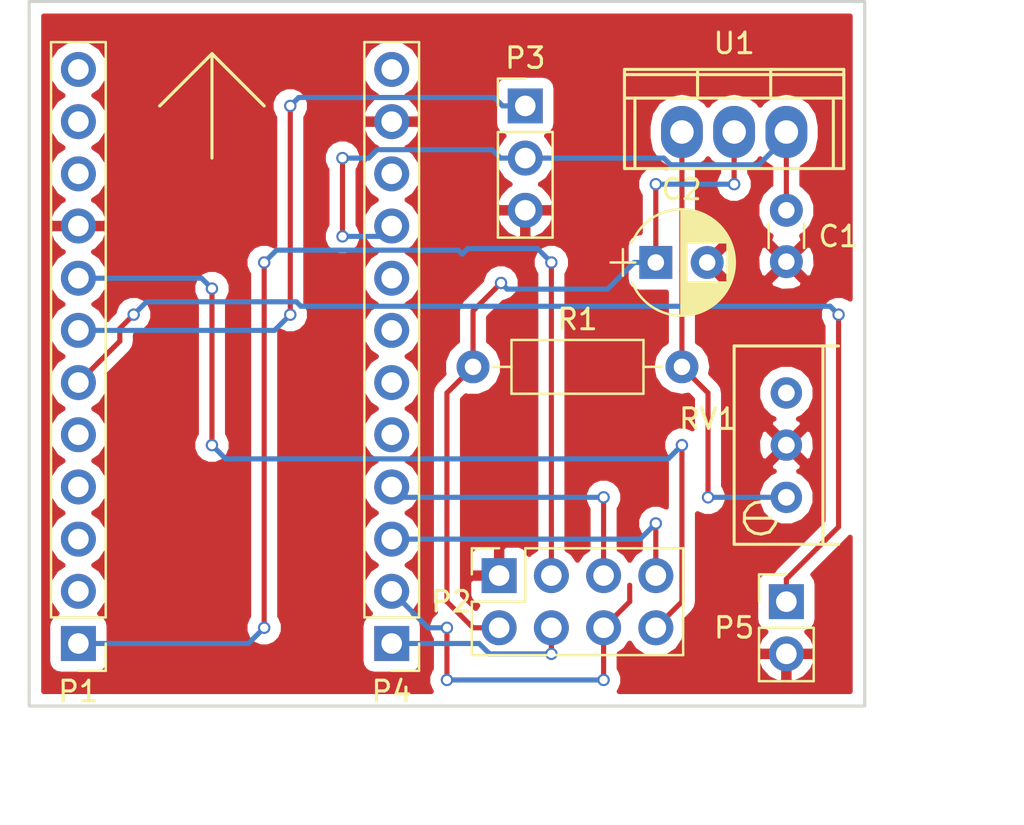
<source format=kicad_pcb>
(kicad_pcb (version 4) (host pcbnew 4.0.5)

  (general
    (links 23)
    (no_connects 0)
    (area 185.344999 120.574999 226.135001 155.015001)
    (thickness 1.6)
    (drawings 11)
    (tracks 113)
    (zones 0)
    (modules 10)
    (nets 27)
  )

  (page A4)
  (layers
    (0 F.Cu signal)
    (31 B.Cu signal)
    (32 B.Adhes user)
    (33 F.Adhes user)
    (34 B.Paste user)
    (35 F.Paste user)
    (36 B.SilkS user)
    (37 F.SilkS user)
    (38 B.Mask user)
    (39 F.Mask user)
    (40 Dwgs.User user)
    (41 Cmts.User user)
    (42 Eco1.User user)
    (43 Eco2.User user)
    (44 Edge.Cuts user)
    (45 Margin user)
    (46 B.CrtYd user)
    (47 F.CrtYd user)
    (48 B.Fab user)
    (49 F.Fab user hide)
  )

  (setup
    (last_trace_width 0.25)
    (trace_clearance 0.2)
    (zone_clearance 0.508)
    (zone_45_only no)
    (trace_min 0.2)
    (segment_width 0.15)
    (edge_width 0.15)
    (via_size 0.6)
    (via_drill 0.4)
    (via_min_size 0.4)
    (via_min_drill 0.3)
    (uvia_size 0.3)
    (uvia_drill 0.1)
    (uvias_allowed no)
    (uvia_min_size 0.2)
    (uvia_min_drill 0.1)
    (pcb_text_width 0.3)
    (pcb_text_size 1.5 1.5)
    (mod_edge_width 0.15)
    (mod_text_size 1 1)
    (mod_text_width 0.15)
    (pad_size 1.524 1.524)
    (pad_drill 0.762)
    (pad_to_mask_clearance 0.2)
    (aux_axis_origin 0 0)
    (visible_elements FFFFEF7F)
    (pcbplotparams
      (layerselection 0x010f0_80000001)
      (usegerberextensions true)
      (excludeedgelayer true)
      (linewidth 0.100000)
      (plotframeref false)
      (viasonmask false)
      (mode 1)
      (useauxorigin false)
      (hpglpennumber 1)
      (hpglpenspeed 20)
      (hpglpendiameter 15)
      (hpglpenoverlay 2)
      (psnegative false)
      (psa4output false)
      (plotreference true)
      (plotvalue true)
      (plotinvisibletext false)
      (padsonsilk false)
      (subtractmaskfromsilk true)
      (outputformat 1)
      (mirror false)
      (drillshape 0)
      (scaleselection 1)
      (outputdirectory gbr/))
  )

  (net 0 "")
  (net 1 +5V)
  (net 2 GND)
  (net 3 +3V3)
  (net 4 /CE)
  (net 5 "Net-(P1-Pad2)")
  (net 6 "Net-(P1-Pad3)")
  (net 7 "Net-(P1-Pad4)")
  (net 8 "Net-(P1-Pad5)")
  (net 9 "Net-(P1-Pad6)")
  (net 10 /PWM)
  (net 11 /IRQ)
  (net 12 "Net-(P1-Pad10)")
  (net 13 "Net-(P1-Pad11)")
  (net 14 "Net-(P1-Pad12)")
  (net 15 /CSN)
  (net 16 /SCK)
  (net 17 /MOSI)
  (net 18 /MISO)
  (net 19 "Net-(P4-Pad5)")
  (net 20 "Net-(P4-Pad6)")
  (net 21 "Net-(P4-Pad7)")
  (net 22 "Net-(P4-Pad8)")
  (net 23 "Net-(P4-Pad10)")
  (net 24 "Net-(P4-Pad12)")
  (net 25 "Net-(R1-Pad2)")
  (net 26 "Net-(RV1-Pad3)")

  (net_class Default "This is the default net class."
    (clearance 0.2)
    (trace_width 0.25)
    (via_dia 0.6)
    (via_drill 0.4)
    (uvia_dia 0.3)
    (uvia_drill 0.1)
    (add_net +3V3)
    (add_net +5V)
    (add_net /CE)
    (add_net /CSN)
    (add_net /IRQ)
    (add_net /MISO)
    (add_net /MOSI)
    (add_net /PWM)
    (add_net /SCK)
    (add_net GND)
    (add_net "Net-(P1-Pad10)")
    (add_net "Net-(P1-Pad11)")
    (add_net "Net-(P1-Pad12)")
    (add_net "Net-(P1-Pad2)")
    (add_net "Net-(P1-Pad3)")
    (add_net "Net-(P1-Pad4)")
    (add_net "Net-(P1-Pad5)")
    (add_net "Net-(P1-Pad6)")
    (add_net "Net-(P4-Pad10)")
    (add_net "Net-(P4-Pad12)")
    (add_net "Net-(P4-Pad5)")
    (add_net "Net-(P4-Pad6)")
    (add_net "Net-(P4-Pad7)")
    (add_net "Net-(P4-Pad8)")
    (add_net "Net-(R1-Pad2)")
    (add_net "Net-(RV1-Pad3)")
  )

  (module Capacitors_THT:C_Disc_D3.0mm_W1.6mm_P2.50mm (layer F.Cu) (tedit 58765D06) (tstamp 5897A73D)
    (at 222.25 130.81 270)
    (descr "C, Disc series, Radial, pin pitch=2.50mm, , diameter*width=3.0*1.6mm^2, Capacitor, http://www.vishay.com/docs/45233/krseries.pdf")
    (tags "C Disc series Radial pin pitch 2.50mm  diameter 3.0mm width 1.6mm Capacitor")
    (path /589795B3)
    (fp_text reference C1 (at 1.27 -2.54 360) (layer F.SilkS)
      (effects (font (size 1 1) (thickness 0.15)))
    )
    (fp_text value "0.1 uF" (at 1.25 1.86 270) (layer F.Fab)
      (effects (font (size 1 1) (thickness 0.15)))
    )
    (fp_line (start -0.25 -0.8) (end -0.25 0.8) (layer F.Fab) (width 0.1))
    (fp_line (start -0.25 0.8) (end 2.75 0.8) (layer F.Fab) (width 0.1))
    (fp_line (start 2.75 0.8) (end 2.75 -0.8) (layer F.Fab) (width 0.1))
    (fp_line (start 2.75 -0.8) (end -0.25 -0.8) (layer F.Fab) (width 0.1))
    (fp_line (start 0.663 -0.861) (end 1.837 -0.861) (layer F.SilkS) (width 0.12))
    (fp_line (start 0.663 0.861) (end 1.837 0.861) (layer F.SilkS) (width 0.12))
    (fp_line (start -1.05 -1.15) (end -1.05 1.15) (layer F.CrtYd) (width 0.05))
    (fp_line (start -1.05 1.15) (end 3.55 1.15) (layer F.CrtYd) (width 0.05))
    (fp_line (start 3.55 1.15) (end 3.55 -1.15) (layer F.CrtYd) (width 0.05))
    (fp_line (start 3.55 -1.15) (end -1.05 -1.15) (layer F.CrtYd) (width 0.05))
    (pad 1 thru_hole circle (at 0 0 270) (size 1.6 1.6) (drill 0.8) (layers *.Cu *.Mask)
      (net 1 +5V))
    (pad 2 thru_hole circle (at 2.5 0 270) (size 1.6 1.6) (drill 0.8) (layers *.Cu *.Mask)
      (net 2 GND))
    (model Capacitors_ThroughHole.3dshapes/C_Disc_D3.0mm_W1.6mm_P2.50mm.wrl
      (at (xyz 0 0 0))
      (scale (xyz 0.393701 0.393701 0.393701))
      (rotate (xyz 0 0 0))
    )
  )

  (module Capacitors_THT:CP_Radial_D5.0mm_P2.50mm (layer F.Cu) (tedit 58765D06) (tstamp 5897A743)
    (at 215.9 133.35)
    (descr "CP, Radial series, Radial, pin pitch=2.50mm, , diameter=5mm, Electrolytic Capacitor")
    (tags "CP Radial series Radial pin pitch 2.50mm  diameter 5mm Electrolytic Capacitor")
    (path /589796A5)
    (fp_text reference C2 (at 1.25 -3.56) (layer F.SilkS)
      (effects (font (size 1 1) (thickness 0.15)))
    )
    (fp_text value "1 uF" (at 1.25 3.56) (layer F.Fab)
      (effects (font (size 1 1) (thickness 0.15)))
    )
    (fp_arc (start 1.25 0) (end -1.147436 -0.98) (angle 135.5) (layer F.SilkS) (width 0.12))
    (fp_arc (start 1.25 0) (end -1.147436 0.98) (angle -135.5) (layer F.SilkS) (width 0.12))
    (fp_arc (start 1.25 0) (end 3.647436 -0.98) (angle 44.5) (layer F.SilkS) (width 0.12))
    (fp_circle (center 1.25 0) (end 3.75 0) (layer F.Fab) (width 0.1))
    (fp_line (start -2.2 0) (end -1 0) (layer F.Fab) (width 0.1))
    (fp_line (start -1.6 -0.65) (end -1.6 0.65) (layer F.Fab) (width 0.1))
    (fp_line (start 1.25 -2.55) (end 1.25 2.55) (layer F.SilkS) (width 0.12))
    (fp_line (start 1.29 -2.55) (end 1.29 2.55) (layer F.SilkS) (width 0.12))
    (fp_line (start 1.33 -2.549) (end 1.33 2.549) (layer F.SilkS) (width 0.12))
    (fp_line (start 1.37 -2.548) (end 1.37 2.548) (layer F.SilkS) (width 0.12))
    (fp_line (start 1.41 -2.546) (end 1.41 2.546) (layer F.SilkS) (width 0.12))
    (fp_line (start 1.45 -2.543) (end 1.45 2.543) (layer F.SilkS) (width 0.12))
    (fp_line (start 1.49 -2.539) (end 1.49 2.539) (layer F.SilkS) (width 0.12))
    (fp_line (start 1.53 -2.535) (end 1.53 -0.98) (layer F.SilkS) (width 0.12))
    (fp_line (start 1.53 0.98) (end 1.53 2.535) (layer F.SilkS) (width 0.12))
    (fp_line (start 1.57 -2.531) (end 1.57 -0.98) (layer F.SilkS) (width 0.12))
    (fp_line (start 1.57 0.98) (end 1.57 2.531) (layer F.SilkS) (width 0.12))
    (fp_line (start 1.61 -2.525) (end 1.61 -0.98) (layer F.SilkS) (width 0.12))
    (fp_line (start 1.61 0.98) (end 1.61 2.525) (layer F.SilkS) (width 0.12))
    (fp_line (start 1.65 -2.519) (end 1.65 -0.98) (layer F.SilkS) (width 0.12))
    (fp_line (start 1.65 0.98) (end 1.65 2.519) (layer F.SilkS) (width 0.12))
    (fp_line (start 1.69 -2.513) (end 1.69 -0.98) (layer F.SilkS) (width 0.12))
    (fp_line (start 1.69 0.98) (end 1.69 2.513) (layer F.SilkS) (width 0.12))
    (fp_line (start 1.73 -2.506) (end 1.73 -0.98) (layer F.SilkS) (width 0.12))
    (fp_line (start 1.73 0.98) (end 1.73 2.506) (layer F.SilkS) (width 0.12))
    (fp_line (start 1.77 -2.498) (end 1.77 -0.98) (layer F.SilkS) (width 0.12))
    (fp_line (start 1.77 0.98) (end 1.77 2.498) (layer F.SilkS) (width 0.12))
    (fp_line (start 1.81 -2.489) (end 1.81 -0.98) (layer F.SilkS) (width 0.12))
    (fp_line (start 1.81 0.98) (end 1.81 2.489) (layer F.SilkS) (width 0.12))
    (fp_line (start 1.85 -2.48) (end 1.85 -0.98) (layer F.SilkS) (width 0.12))
    (fp_line (start 1.85 0.98) (end 1.85 2.48) (layer F.SilkS) (width 0.12))
    (fp_line (start 1.89 -2.47) (end 1.89 -0.98) (layer F.SilkS) (width 0.12))
    (fp_line (start 1.89 0.98) (end 1.89 2.47) (layer F.SilkS) (width 0.12))
    (fp_line (start 1.93 -2.46) (end 1.93 -0.98) (layer F.SilkS) (width 0.12))
    (fp_line (start 1.93 0.98) (end 1.93 2.46) (layer F.SilkS) (width 0.12))
    (fp_line (start 1.971 -2.448) (end 1.971 -0.98) (layer F.SilkS) (width 0.12))
    (fp_line (start 1.971 0.98) (end 1.971 2.448) (layer F.SilkS) (width 0.12))
    (fp_line (start 2.011 -2.436) (end 2.011 -0.98) (layer F.SilkS) (width 0.12))
    (fp_line (start 2.011 0.98) (end 2.011 2.436) (layer F.SilkS) (width 0.12))
    (fp_line (start 2.051 -2.424) (end 2.051 -0.98) (layer F.SilkS) (width 0.12))
    (fp_line (start 2.051 0.98) (end 2.051 2.424) (layer F.SilkS) (width 0.12))
    (fp_line (start 2.091 -2.41) (end 2.091 -0.98) (layer F.SilkS) (width 0.12))
    (fp_line (start 2.091 0.98) (end 2.091 2.41) (layer F.SilkS) (width 0.12))
    (fp_line (start 2.131 -2.396) (end 2.131 -0.98) (layer F.SilkS) (width 0.12))
    (fp_line (start 2.131 0.98) (end 2.131 2.396) (layer F.SilkS) (width 0.12))
    (fp_line (start 2.171 -2.382) (end 2.171 -0.98) (layer F.SilkS) (width 0.12))
    (fp_line (start 2.171 0.98) (end 2.171 2.382) (layer F.SilkS) (width 0.12))
    (fp_line (start 2.211 -2.366) (end 2.211 -0.98) (layer F.SilkS) (width 0.12))
    (fp_line (start 2.211 0.98) (end 2.211 2.366) (layer F.SilkS) (width 0.12))
    (fp_line (start 2.251 -2.35) (end 2.251 -0.98) (layer F.SilkS) (width 0.12))
    (fp_line (start 2.251 0.98) (end 2.251 2.35) (layer F.SilkS) (width 0.12))
    (fp_line (start 2.291 -2.333) (end 2.291 -0.98) (layer F.SilkS) (width 0.12))
    (fp_line (start 2.291 0.98) (end 2.291 2.333) (layer F.SilkS) (width 0.12))
    (fp_line (start 2.331 -2.315) (end 2.331 -0.98) (layer F.SilkS) (width 0.12))
    (fp_line (start 2.331 0.98) (end 2.331 2.315) (layer F.SilkS) (width 0.12))
    (fp_line (start 2.371 -2.296) (end 2.371 -0.98) (layer F.SilkS) (width 0.12))
    (fp_line (start 2.371 0.98) (end 2.371 2.296) (layer F.SilkS) (width 0.12))
    (fp_line (start 2.411 -2.276) (end 2.411 -0.98) (layer F.SilkS) (width 0.12))
    (fp_line (start 2.411 0.98) (end 2.411 2.276) (layer F.SilkS) (width 0.12))
    (fp_line (start 2.451 -2.256) (end 2.451 -0.98) (layer F.SilkS) (width 0.12))
    (fp_line (start 2.451 0.98) (end 2.451 2.256) (layer F.SilkS) (width 0.12))
    (fp_line (start 2.491 -2.234) (end 2.491 -0.98) (layer F.SilkS) (width 0.12))
    (fp_line (start 2.491 0.98) (end 2.491 2.234) (layer F.SilkS) (width 0.12))
    (fp_line (start 2.531 -2.212) (end 2.531 -0.98) (layer F.SilkS) (width 0.12))
    (fp_line (start 2.531 0.98) (end 2.531 2.212) (layer F.SilkS) (width 0.12))
    (fp_line (start 2.571 -2.189) (end 2.571 -0.98) (layer F.SilkS) (width 0.12))
    (fp_line (start 2.571 0.98) (end 2.571 2.189) (layer F.SilkS) (width 0.12))
    (fp_line (start 2.611 -2.165) (end 2.611 -0.98) (layer F.SilkS) (width 0.12))
    (fp_line (start 2.611 0.98) (end 2.611 2.165) (layer F.SilkS) (width 0.12))
    (fp_line (start 2.651 -2.14) (end 2.651 -0.98) (layer F.SilkS) (width 0.12))
    (fp_line (start 2.651 0.98) (end 2.651 2.14) (layer F.SilkS) (width 0.12))
    (fp_line (start 2.691 -2.113) (end 2.691 -0.98) (layer F.SilkS) (width 0.12))
    (fp_line (start 2.691 0.98) (end 2.691 2.113) (layer F.SilkS) (width 0.12))
    (fp_line (start 2.731 -2.086) (end 2.731 -0.98) (layer F.SilkS) (width 0.12))
    (fp_line (start 2.731 0.98) (end 2.731 2.086) (layer F.SilkS) (width 0.12))
    (fp_line (start 2.771 -2.058) (end 2.771 -0.98) (layer F.SilkS) (width 0.12))
    (fp_line (start 2.771 0.98) (end 2.771 2.058) (layer F.SilkS) (width 0.12))
    (fp_line (start 2.811 -2.028) (end 2.811 -0.98) (layer F.SilkS) (width 0.12))
    (fp_line (start 2.811 0.98) (end 2.811 2.028) (layer F.SilkS) (width 0.12))
    (fp_line (start 2.851 -1.997) (end 2.851 -0.98) (layer F.SilkS) (width 0.12))
    (fp_line (start 2.851 0.98) (end 2.851 1.997) (layer F.SilkS) (width 0.12))
    (fp_line (start 2.891 -1.965) (end 2.891 -0.98) (layer F.SilkS) (width 0.12))
    (fp_line (start 2.891 0.98) (end 2.891 1.965) (layer F.SilkS) (width 0.12))
    (fp_line (start 2.931 -1.932) (end 2.931 -0.98) (layer F.SilkS) (width 0.12))
    (fp_line (start 2.931 0.98) (end 2.931 1.932) (layer F.SilkS) (width 0.12))
    (fp_line (start 2.971 -1.897) (end 2.971 -0.98) (layer F.SilkS) (width 0.12))
    (fp_line (start 2.971 0.98) (end 2.971 1.897) (layer F.SilkS) (width 0.12))
    (fp_line (start 3.011 -1.861) (end 3.011 -0.98) (layer F.SilkS) (width 0.12))
    (fp_line (start 3.011 0.98) (end 3.011 1.861) (layer F.SilkS) (width 0.12))
    (fp_line (start 3.051 -1.823) (end 3.051 -0.98) (layer F.SilkS) (width 0.12))
    (fp_line (start 3.051 0.98) (end 3.051 1.823) (layer F.SilkS) (width 0.12))
    (fp_line (start 3.091 -1.783) (end 3.091 -0.98) (layer F.SilkS) (width 0.12))
    (fp_line (start 3.091 0.98) (end 3.091 1.783) (layer F.SilkS) (width 0.12))
    (fp_line (start 3.131 -1.742) (end 3.131 -0.98) (layer F.SilkS) (width 0.12))
    (fp_line (start 3.131 0.98) (end 3.131 1.742) (layer F.SilkS) (width 0.12))
    (fp_line (start 3.171 -1.699) (end 3.171 -0.98) (layer F.SilkS) (width 0.12))
    (fp_line (start 3.171 0.98) (end 3.171 1.699) (layer F.SilkS) (width 0.12))
    (fp_line (start 3.211 -1.654) (end 3.211 -0.98) (layer F.SilkS) (width 0.12))
    (fp_line (start 3.211 0.98) (end 3.211 1.654) (layer F.SilkS) (width 0.12))
    (fp_line (start 3.251 -1.606) (end 3.251 -0.98) (layer F.SilkS) (width 0.12))
    (fp_line (start 3.251 0.98) (end 3.251 1.606) (layer F.SilkS) (width 0.12))
    (fp_line (start 3.291 -1.556) (end 3.291 -0.98) (layer F.SilkS) (width 0.12))
    (fp_line (start 3.291 0.98) (end 3.291 1.556) (layer F.SilkS) (width 0.12))
    (fp_line (start 3.331 -1.504) (end 3.331 -0.98) (layer F.SilkS) (width 0.12))
    (fp_line (start 3.331 0.98) (end 3.331 1.504) (layer F.SilkS) (width 0.12))
    (fp_line (start 3.371 -1.448) (end 3.371 -0.98) (layer F.SilkS) (width 0.12))
    (fp_line (start 3.371 0.98) (end 3.371 1.448) (layer F.SilkS) (width 0.12))
    (fp_line (start 3.411 -1.39) (end 3.411 -0.98) (layer F.SilkS) (width 0.12))
    (fp_line (start 3.411 0.98) (end 3.411 1.39) (layer F.SilkS) (width 0.12))
    (fp_line (start 3.451 -1.327) (end 3.451 -0.98) (layer F.SilkS) (width 0.12))
    (fp_line (start 3.451 0.98) (end 3.451 1.327) (layer F.SilkS) (width 0.12))
    (fp_line (start 3.491 -1.261) (end 3.491 1.261) (layer F.SilkS) (width 0.12))
    (fp_line (start 3.531 -1.189) (end 3.531 1.189) (layer F.SilkS) (width 0.12))
    (fp_line (start 3.571 -1.112) (end 3.571 1.112) (layer F.SilkS) (width 0.12))
    (fp_line (start 3.611 -1.028) (end 3.611 1.028) (layer F.SilkS) (width 0.12))
    (fp_line (start 3.651 -0.934) (end 3.651 0.934) (layer F.SilkS) (width 0.12))
    (fp_line (start 3.691 -0.829) (end 3.691 0.829) (layer F.SilkS) (width 0.12))
    (fp_line (start 3.731 -0.707) (end 3.731 0.707) (layer F.SilkS) (width 0.12))
    (fp_line (start 3.771 -0.559) (end 3.771 0.559) (layer F.SilkS) (width 0.12))
    (fp_line (start 3.811 -0.354) (end 3.811 0.354) (layer F.SilkS) (width 0.12))
    (fp_line (start -2.2 0) (end -1 0) (layer F.SilkS) (width 0.12))
    (fp_line (start -1.6 -0.65) (end -1.6 0.65) (layer F.SilkS) (width 0.12))
    (fp_line (start -1.6 -2.85) (end -1.6 2.85) (layer F.CrtYd) (width 0.05))
    (fp_line (start -1.6 2.85) (end 4.1 2.85) (layer F.CrtYd) (width 0.05))
    (fp_line (start 4.1 2.85) (end 4.1 -2.85) (layer F.CrtYd) (width 0.05))
    (fp_line (start 4.1 -2.85) (end -1.6 -2.85) (layer F.CrtYd) (width 0.05))
    (pad 1 thru_hole rect (at 0 0) (size 1.6 1.6) (drill 0.8) (layers *.Cu *.Mask)
      (net 3 +3V3))
    (pad 2 thru_hole circle (at 2.5 0) (size 1.6 1.6) (drill 0.8) (layers *.Cu *.Mask)
      (net 2 GND))
    (model Capacitors_ThroughHole.3dshapes/CP_Radial_D5.0mm_P2.50mm.wrl
      (at (xyz 0 0 0))
      (scale (xyz 0.393701 0.393701 0.393701))
      (rotate (xyz 0 0 0))
    )
  )

  (module Socket_Strips:Socket_Strip_Straight_1x12_Pitch2.54mm (layer F.Cu) (tedit 588DE956) (tstamp 5897A753)
    (at 187.813333 151.895 180)
    (descr "Through hole straight socket strip, 1x12, 2.54mm pitch, single row")
    (tags "Through hole socket strip THT 1x12 2.54mm single row")
    (path /58978A8E)
    (fp_text reference P1 (at 0 -2.33 180) (layer F.SilkS)
      (effects (font (size 1 1) (thickness 0.15)))
    )
    (fp_text value CONN_01X12 (at 0 30.27 180) (layer F.Fab)
      (effects (font (size 1 1) (thickness 0.15)))
    )
    (fp_line (start -1.27 -1.27) (end -1.27 29.21) (layer F.Fab) (width 0.1))
    (fp_line (start -1.27 29.21) (end 1.27 29.21) (layer F.Fab) (width 0.1))
    (fp_line (start 1.27 29.21) (end 1.27 -1.27) (layer F.Fab) (width 0.1))
    (fp_line (start 1.27 -1.27) (end -1.27 -1.27) (layer F.Fab) (width 0.1))
    (fp_line (start -1.33 1.27) (end -1.33 29.27) (layer F.SilkS) (width 0.12))
    (fp_line (start -1.33 29.27) (end 1.33 29.27) (layer F.SilkS) (width 0.12))
    (fp_line (start 1.33 29.27) (end 1.33 1.27) (layer F.SilkS) (width 0.12))
    (fp_line (start 1.33 1.27) (end -1.33 1.27) (layer F.SilkS) (width 0.12))
    (fp_line (start -1.33 0) (end -1.33 -1.33) (layer F.SilkS) (width 0.12))
    (fp_line (start -1.33 -1.33) (end 0 -1.33) (layer F.SilkS) (width 0.12))
    (fp_line (start -1.55 -1.55) (end -1.55 29.5) (layer F.CrtYd) (width 0.05))
    (fp_line (start -1.55 29.5) (end 1.55 29.5) (layer F.CrtYd) (width 0.05))
    (fp_line (start 1.55 29.5) (end 1.55 -1.55) (layer F.CrtYd) (width 0.05))
    (fp_line (start 1.55 -1.55) (end -1.55 -1.55) (layer F.CrtYd) (width 0.05))
    (pad 1 thru_hole rect (at 0 0 180) (size 1.7 1.7) (drill 1) (layers *.Cu *.Mask)
      (net 4 /CE))
    (pad 2 thru_hole oval (at 0 2.54 180) (size 1.7 1.7) (drill 1) (layers *.Cu *.Mask)
      (net 5 "Net-(P1-Pad2)"))
    (pad 3 thru_hole oval (at 0 5.08 180) (size 1.7 1.7) (drill 1) (layers *.Cu *.Mask)
      (net 6 "Net-(P1-Pad3)"))
    (pad 4 thru_hole oval (at 0 7.62 180) (size 1.7 1.7) (drill 1) (layers *.Cu *.Mask)
      (net 7 "Net-(P1-Pad4)"))
    (pad 5 thru_hole oval (at 0 10.16 180) (size 1.7 1.7) (drill 1) (layers *.Cu *.Mask)
      (net 8 "Net-(P1-Pad5)"))
    (pad 6 thru_hole oval (at 0 12.7 180) (size 1.7 1.7) (drill 1) (layers *.Cu *.Mask)
      (net 9 "Net-(P1-Pad6)"))
    (pad 7 thru_hole oval (at 0 15.24 180) (size 1.7 1.7) (drill 1) (layers *.Cu *.Mask)
      (net 10 /PWM))
    (pad 8 thru_hole oval (at 0 17.78 180) (size 1.7 1.7) (drill 1) (layers *.Cu *.Mask)
      (net 11 /IRQ))
    (pad 9 thru_hole oval (at 0 20.32 180) (size 1.7 1.7) (drill 1) (layers *.Cu *.Mask)
      (net 2 GND))
    (pad 10 thru_hole oval (at 0 22.86 180) (size 1.7 1.7) (drill 1) (layers *.Cu *.Mask)
      (net 12 "Net-(P1-Pad10)"))
    (pad 11 thru_hole oval (at 0 25.4 180) (size 1.7 1.7) (drill 1) (layers *.Cu *.Mask)
      (net 13 "Net-(P1-Pad11)"))
    (pad 12 thru_hole oval (at 0 27.94 180) (size 1.7 1.7) (drill 1) (layers *.Cu *.Mask)
      (net 14 "Net-(P1-Pad12)"))
    (model Socket_Strips.3dshapes/Socket_Strip_Straight_1x12_Pitch2.54mm.wrl
      (at (xyz 0 -0.55 0))
      (scale (xyz 1 1 1))
      (rotate (xyz 0 0 270))
    )
  )

  (module Socket_Strips:Socket_Strip_Straight_2x04_Pitch2.54mm (layer F.Cu) (tedit 588DE958) (tstamp 5897A75F)
    (at 208.28 148.59 90)
    (descr "Through hole straight socket strip, 2x04, 2.54mm pitch, double rows")
    (tags "Through hole socket strip THT 2x04 2.54mm double row")
    (path /589791E3)
    (fp_text reference P2 (at -1.27 -2.33 180) (layer F.SilkS)
      (effects (font (size 1 1) (thickness 0.15)))
    )
    (fp_text value CONN_02X04 (at -1.27 9.95 90) (layer F.Fab)
      (effects (font (size 1 1) (thickness 0.15)))
    )
    (fp_line (start -3.81 -1.27) (end -3.81 8.89) (layer F.Fab) (width 0.1))
    (fp_line (start -3.81 8.89) (end 1.27 8.89) (layer F.Fab) (width 0.1))
    (fp_line (start 1.27 8.89) (end 1.27 -1.27) (layer F.Fab) (width 0.1))
    (fp_line (start 1.27 -1.27) (end -3.81 -1.27) (layer F.Fab) (width 0.1))
    (fp_line (start 1.33 1.27) (end 1.33 8.95) (layer F.SilkS) (width 0.12))
    (fp_line (start 1.33 8.95) (end -3.87 8.95) (layer F.SilkS) (width 0.12))
    (fp_line (start -3.87 8.95) (end -3.87 -1.33) (layer F.SilkS) (width 0.12))
    (fp_line (start -3.87 -1.33) (end -1.27 -1.33) (layer F.SilkS) (width 0.12))
    (fp_line (start -1.27 -1.33) (end -1.27 1.27) (layer F.SilkS) (width 0.12))
    (fp_line (start -1.27 1.27) (end 1.33 1.27) (layer F.SilkS) (width 0.12))
    (fp_line (start 1.33 0) (end 1.33 -1.33) (layer F.SilkS) (width 0.12))
    (fp_line (start 1.33 -1.33) (end 0.06 -1.33) (layer F.SilkS) (width 0.12))
    (fp_line (start -4.1 -1.55) (end -4.1 9.15) (layer F.CrtYd) (width 0.05))
    (fp_line (start -4.1 9.15) (end 1.55 9.15) (layer F.CrtYd) (width 0.05))
    (fp_line (start 1.55 9.15) (end 1.55 -1.55) (layer F.CrtYd) (width 0.05))
    (fp_line (start 1.55 -1.55) (end -4.1 -1.55) (layer F.CrtYd) (width 0.05))
    (pad 1 thru_hole rect (at 0 0 90) (size 1.7 1.7) (drill 1) (layers *.Cu *.Mask)
      (net 2 GND))
    (pad 2 thru_hole oval (at -2.54 0 90) (size 1.7 1.7) (drill 1) (layers *.Cu *.Mask)
      (net 3 +3V3))
    (pad 3 thru_hole oval (at 0 2.54 90) (size 1.7 1.7) (drill 1) (layers *.Cu *.Mask)
      (net 4 /CE))
    (pad 4 thru_hole oval (at -2.54 2.54 90) (size 1.7 1.7) (drill 1) (layers *.Cu *.Mask)
      (net 15 /CSN))
    (pad 5 thru_hole oval (at 0 5.08 90) (size 1.7 1.7) (drill 1) (layers *.Cu *.Mask)
      (net 16 /SCK))
    (pad 6 thru_hole oval (at -2.54 5.08 90) (size 1.7 1.7) (drill 1) (layers *.Cu *.Mask)
      (net 17 /MOSI))
    (pad 7 thru_hole oval (at 0 7.62 90) (size 1.7 1.7) (drill 1) (layers *.Cu *.Mask)
      (net 18 /MISO))
    (pad 8 thru_hole oval (at -2.54 7.62 90) (size 1.7 1.7) (drill 1) (layers *.Cu *.Mask)
      (net 11 /IRQ))
    (model Socket_Strips.3dshapes/Socket_Strip_Straight_2x04_Pitch2.54mm.wrl
      (at (xyz -0.05 -0.15 0))
      (scale (xyz 1 1 1))
      (rotate (xyz 0 0 270))
    )
  )

  (module Socket_Strips:Socket_Strip_Straight_1x03_Pitch2.54mm (layer F.Cu) (tedit 588DE956) (tstamp 5897A766)
    (at 209.55 125.73)
    (descr "Through hole straight socket strip, 1x03, 2.54mm pitch, single row")
    (tags "Through hole socket strip THT 1x03 2.54mm single row")
    (path /5897BD6F)
    (fp_text reference P3 (at 0 -2.33) (layer F.SilkS)
      (effects (font (size 1 1) (thickness 0.15)))
    )
    (fp_text value "MG995 SERVO" (at 0 7.41) (layer F.Fab)
      (effects (font (size 1 1) (thickness 0.15)))
    )
    (fp_line (start -1.27 -1.27) (end -1.27 6.35) (layer F.Fab) (width 0.1))
    (fp_line (start -1.27 6.35) (end 1.27 6.35) (layer F.Fab) (width 0.1))
    (fp_line (start 1.27 6.35) (end 1.27 -1.27) (layer F.Fab) (width 0.1))
    (fp_line (start 1.27 -1.27) (end -1.27 -1.27) (layer F.Fab) (width 0.1))
    (fp_line (start -1.33 1.27) (end -1.33 6.41) (layer F.SilkS) (width 0.12))
    (fp_line (start -1.33 6.41) (end 1.33 6.41) (layer F.SilkS) (width 0.12))
    (fp_line (start 1.33 6.41) (end 1.33 1.27) (layer F.SilkS) (width 0.12))
    (fp_line (start 1.33 1.27) (end -1.33 1.27) (layer F.SilkS) (width 0.12))
    (fp_line (start -1.33 0) (end -1.33 -1.33) (layer F.SilkS) (width 0.12))
    (fp_line (start -1.33 -1.33) (end 0 -1.33) (layer F.SilkS) (width 0.12))
    (fp_line (start -1.55 -1.55) (end -1.55 6.6) (layer F.CrtYd) (width 0.05))
    (fp_line (start -1.55 6.6) (end 1.55 6.6) (layer F.CrtYd) (width 0.05))
    (fp_line (start 1.55 6.6) (end 1.55 -1.55) (layer F.CrtYd) (width 0.05))
    (fp_line (start 1.55 -1.55) (end -1.55 -1.55) (layer F.CrtYd) (width 0.05))
    (pad 1 thru_hole rect (at 0 0) (size 1.7 1.7) (drill 1) (layers *.Cu *.Mask)
      (net 10 /PWM))
    (pad 2 thru_hole oval (at 0 2.54) (size 1.7 1.7) (drill 1) (layers *.Cu *.Mask)
      (net 1 +5V))
    (pad 3 thru_hole oval (at 0 5.08) (size 1.7 1.7) (drill 1) (layers *.Cu *.Mask)
      (net 2 GND))
    (model Socket_Strips.3dshapes/Socket_Strip_Straight_1x03_Pitch2.54mm.wrl
      (at (xyz 0 -0.1 0))
      (scale (xyz 1 1 1))
      (rotate (xyz 0 0 270))
    )
  )

  (module Socket_Strips:Socket_Strip_Straight_1x12_Pitch2.54mm (layer F.Cu) (tedit 588DE956) (tstamp 5897A776)
    (at 203.053333 151.895 180)
    (descr "Through hole straight socket strip, 1x12, 2.54mm pitch, single row")
    (tags "Through hole socket strip THT 1x12 2.54mm single row")
    (path /58978F35)
    (fp_text reference P4 (at 0 -2.33 180) (layer F.SilkS)
      (effects (font (size 1 1) (thickness 0.15)))
    )
    (fp_text value CONN_01X12 (at 0 30.27 180) (layer F.Fab)
      (effects (font (size 1 1) (thickness 0.15)))
    )
    (fp_line (start -1.27 -1.27) (end -1.27 29.21) (layer F.Fab) (width 0.1))
    (fp_line (start -1.27 29.21) (end 1.27 29.21) (layer F.Fab) (width 0.1))
    (fp_line (start 1.27 29.21) (end 1.27 -1.27) (layer F.Fab) (width 0.1))
    (fp_line (start 1.27 -1.27) (end -1.27 -1.27) (layer F.Fab) (width 0.1))
    (fp_line (start -1.33 1.27) (end -1.33 29.27) (layer F.SilkS) (width 0.12))
    (fp_line (start -1.33 29.27) (end 1.33 29.27) (layer F.SilkS) (width 0.12))
    (fp_line (start 1.33 29.27) (end 1.33 1.27) (layer F.SilkS) (width 0.12))
    (fp_line (start 1.33 1.27) (end -1.33 1.27) (layer F.SilkS) (width 0.12))
    (fp_line (start -1.33 0) (end -1.33 -1.33) (layer F.SilkS) (width 0.12))
    (fp_line (start -1.33 -1.33) (end 0 -1.33) (layer F.SilkS) (width 0.12))
    (fp_line (start -1.55 -1.55) (end -1.55 29.5) (layer F.CrtYd) (width 0.05))
    (fp_line (start -1.55 29.5) (end 1.55 29.5) (layer F.CrtYd) (width 0.05))
    (fp_line (start 1.55 29.5) (end 1.55 -1.55) (layer F.CrtYd) (width 0.05))
    (fp_line (start 1.55 -1.55) (end -1.55 -1.55) (layer F.CrtYd) (width 0.05))
    (pad 1 thru_hole rect (at 0 0 180) (size 1.7 1.7) (drill 1) (layers *.Cu *.Mask)
      (net 15 /CSN))
    (pad 2 thru_hole oval (at 0 2.54 180) (size 1.7 1.7) (drill 1) (layers *.Cu *.Mask)
      (net 17 /MOSI))
    (pad 3 thru_hole oval (at 0 5.08 180) (size 1.7 1.7) (drill 1) (layers *.Cu *.Mask)
      (net 18 /MISO))
    (pad 4 thru_hole oval (at 0 7.62 180) (size 1.7 1.7) (drill 1) (layers *.Cu *.Mask)
      (net 16 /SCK))
    (pad 5 thru_hole oval (at 0 10.16 180) (size 1.7 1.7) (drill 1) (layers *.Cu *.Mask)
      (net 19 "Net-(P4-Pad5)"))
    (pad 6 thru_hole oval (at 0 12.7 180) (size 1.7 1.7) (drill 1) (layers *.Cu *.Mask)
      (net 20 "Net-(P4-Pad6)"))
    (pad 7 thru_hole oval (at 0 15.24 180) (size 1.7 1.7) (drill 1) (layers *.Cu *.Mask)
      (net 21 "Net-(P4-Pad7)"))
    (pad 8 thru_hole oval (at 0 17.78 180) (size 1.7 1.7) (drill 1) (layers *.Cu *.Mask)
      (net 22 "Net-(P4-Pad8)"))
    (pad 9 thru_hole oval (at 0 20.32 180) (size 1.7 1.7) (drill 1) (layers *.Cu *.Mask)
      (net 1 +5V))
    (pad 10 thru_hole oval (at 0 22.86 180) (size 1.7 1.7) (drill 1) (layers *.Cu *.Mask)
      (net 23 "Net-(P4-Pad10)"))
    (pad 11 thru_hole oval (at 0 25.4 180) (size 1.7 1.7) (drill 1) (layers *.Cu *.Mask)
      (net 2 GND))
    (pad 12 thru_hole oval (at 0 27.94 180) (size 1.7 1.7) (drill 1) (layers *.Cu *.Mask)
      (net 24 "Net-(P4-Pad12)"))
    (model Socket_Strips.3dshapes/Socket_Strip_Straight_1x12_Pitch2.54mm.wrl
      (at (xyz 0 -0.55 0))
      (scale (xyz 1 1 1))
      (rotate (xyz 0 0 270))
    )
  )

  (module Resistors_THT:R_Axial_DIN0207_L6.3mm_D2.5mm_P10.16mm_Horizontal (layer F.Cu) (tedit 5874F706) (tstamp 5897A77C)
    (at 207.01 138.43)
    (descr "Resistor, Axial_DIN0207 series, Axial, Horizontal, pin pitch=10.16mm, 0.25W = 1/4W, length*diameter=6.3*2.5mm^2, http://cdn-reichelt.de/documents/datenblatt/B400/1_4W%23YAG.pdf")
    (tags "Resistor Axial_DIN0207 series Axial Horizontal pin pitch 10.16mm 0.25W = 1/4W length 6.3mm diameter 2.5mm")
    (path /58979915)
    (fp_text reference R1 (at 5.08 -2.31) (layer F.SilkS)
      (effects (font (size 1 1) (thickness 0.15)))
    )
    (fp_text value R (at 5.08 2.31) (layer F.Fab)
      (effects (font (size 1 1) (thickness 0.15)))
    )
    (fp_line (start 1.93 -1.25) (end 1.93 1.25) (layer F.Fab) (width 0.1))
    (fp_line (start 1.93 1.25) (end 8.23 1.25) (layer F.Fab) (width 0.1))
    (fp_line (start 8.23 1.25) (end 8.23 -1.25) (layer F.Fab) (width 0.1))
    (fp_line (start 8.23 -1.25) (end 1.93 -1.25) (layer F.Fab) (width 0.1))
    (fp_line (start 0 0) (end 1.93 0) (layer F.Fab) (width 0.1))
    (fp_line (start 10.16 0) (end 8.23 0) (layer F.Fab) (width 0.1))
    (fp_line (start 1.87 -1.31) (end 1.87 1.31) (layer F.SilkS) (width 0.12))
    (fp_line (start 1.87 1.31) (end 8.29 1.31) (layer F.SilkS) (width 0.12))
    (fp_line (start 8.29 1.31) (end 8.29 -1.31) (layer F.SilkS) (width 0.12))
    (fp_line (start 8.29 -1.31) (end 1.87 -1.31) (layer F.SilkS) (width 0.12))
    (fp_line (start 0.98 0) (end 1.87 0) (layer F.SilkS) (width 0.12))
    (fp_line (start 9.18 0) (end 8.29 0) (layer F.SilkS) (width 0.12))
    (fp_line (start -1.05 -1.6) (end -1.05 1.6) (layer F.CrtYd) (width 0.05))
    (fp_line (start -1.05 1.6) (end 11.25 1.6) (layer F.CrtYd) (width 0.05))
    (fp_line (start 11.25 1.6) (end 11.25 -1.6) (layer F.CrtYd) (width 0.05))
    (fp_line (start 11.25 -1.6) (end -1.05 -1.6) (layer F.CrtYd) (width 0.05))
    (pad 1 thru_hole circle (at 0 0) (size 1.6 1.6) (drill 0.8) (layers *.Cu *.Mask)
      (net 3 +3V3))
    (pad 2 thru_hole oval (at 10.16 0) (size 1.6 1.6) (drill 0.8) (layers *.Cu *.Mask)
      (net 25 "Net-(R1-Pad2)"))
    (model Resistors_ThroughHole.3dshapes/R_Axial_DIN0207_L6.3mm_D2.5mm_P10.16mm_Horizontal.wrl
      (at (xyz 0 0 0))
      (scale (xyz 0.393701 0.393701 0.393701))
      (rotate (xyz 0 0 0))
    )
  )

  (module Potentiometers:Potentiometer_Bourns_3296W_3-8Zoll_Inline_ScrewUp (layer F.Cu) (tedit 54130B3D) (tstamp 5897A783)
    (at 222.25 144.78)
    (descr "3296, 3/8, Square, Trimpot, Trimming, Potentiometer, Bourns")
    (tags "3296, 3/8, Square, Trimpot, Trimming, Potentiometer, Bourns")
    (path /58979CA8)
    (fp_text reference RV1 (at -3.81 -3.81) (layer F.SilkS)
      (effects (font (size 1 1) (thickness 0.15)))
    )
    (fp_text value POT_TRIM (at 1.27 5.08) (layer F.Fab)
      (effects (font (size 1 1) (thickness 0.15)))
    )
    (fp_line (start -2.032 1.016) (end -0.762 1.016) (layer F.SilkS) (width 0.15))
    (fp_line (start -1.2827 0.2286) (end -1.5367 0.2667) (layer F.SilkS) (width 0.15))
    (fp_line (start -1.5367 0.2667) (end -1.8161 0.4445) (layer F.SilkS) (width 0.15))
    (fp_line (start -1.8161 0.4445) (end -2.032 0.762) (layer F.SilkS) (width 0.15))
    (fp_line (start -2.032 0.762) (end -2.0447 1.2065) (layer F.SilkS) (width 0.15))
    (fp_line (start -2.0447 1.2065) (end -1.8415 1.5621) (layer F.SilkS) (width 0.15))
    (fp_line (start -1.8415 1.5621) (end -1.5494 1.7399) (layer F.SilkS) (width 0.15))
    (fp_line (start -1.5494 1.7399) (end -1.2319 1.7907) (layer F.SilkS) (width 0.15))
    (fp_line (start -1.2319 1.7907) (end -0.8255 1.6891) (layer F.SilkS) (width 0.15))
    (fp_line (start -0.8255 1.6891) (end -0.5715 1.3462) (layer F.SilkS) (width 0.15))
    (fp_line (start -0.5715 1.3462) (end -0.4826 1.1684) (layer F.SilkS) (width 0.15))
    (fp_line (start 1.778 -7.366) (end 1.778 2.286) (layer F.SilkS) (width 0.15))
    (fp_line (start -1.27 2.286) (end -2.54 2.286) (layer F.SilkS) (width 0.15))
    (fp_line (start -2.54 2.286) (end -2.54 -7.366) (layer F.SilkS) (width 0.15))
    (fp_line (start -2.54 -7.366) (end 2.54 -7.366) (layer F.SilkS) (width 0.15))
    (fp_line (start 2.54 2.286) (end 0 2.286) (layer F.SilkS) (width 0.15))
    (fp_line (start 0 2.286) (end -1.27 2.286) (layer F.SilkS) (width 0.15))
    (pad 2 thru_hole circle (at 0 -2.54) (size 1.524 1.524) (drill 0.8128) (layers *.Cu *.Mask)
      (net 2 GND))
    (pad 3 thru_hole circle (at 0 -5.08) (size 1.524 1.524) (drill 0.8128) (layers *.Cu *.Mask)
      (net 26 "Net-(RV1-Pad3)"))
    (pad 1 thru_hole circle (at 0 0) (size 1.524 1.524) (drill 0.8128) (layers *.Cu *.Mask)
      (net 25 "Net-(R1-Pad2)"))
    (model Potentiometers.3dshapes/Potentiometer_Bourns_3296W_3-8Zoll_Inline_ScrewUp.wrl
      (at (xyz 0 0 0))
      (scale (xyz 1 1 1))
      (rotate (xyz 0 0 0))
    )
  )

  (module Power_Integrations:TO-220 (layer F.Cu) (tedit 0) (tstamp 5897A78A)
    (at 219.71 127)
    (descr "Non Isolated JEDEC TO-220 Package")
    (tags "Power Integration YN Package")
    (path /589792EB)
    (fp_text reference U1 (at 0 -4.318) (layer F.SilkS)
      (effects (font (size 1 1) (thickness 0.15)))
    )
    (fp_text value LM317AT (at 0 -4.318) (layer F.Fab)
      (effects (font (size 1 1) (thickness 0.15)))
    )
    (fp_line (start 4.826 -1.651) (end 4.826 1.778) (layer F.SilkS) (width 0.15))
    (fp_line (start -4.826 -1.651) (end -4.826 1.778) (layer F.SilkS) (width 0.15))
    (fp_line (start 5.334 -2.794) (end -5.334 -2.794) (layer F.SilkS) (width 0.15))
    (fp_line (start 1.778 -1.778) (end 1.778 -3.048) (layer F.SilkS) (width 0.15))
    (fp_line (start -1.778 -1.778) (end -1.778 -3.048) (layer F.SilkS) (width 0.15))
    (fp_line (start -5.334 -1.651) (end 5.334 -1.651) (layer F.SilkS) (width 0.15))
    (fp_line (start 5.334 1.778) (end -5.334 1.778) (layer F.SilkS) (width 0.15))
    (fp_line (start -5.334 -3.048) (end -5.334 1.778) (layer F.SilkS) (width 0.15))
    (fp_line (start 5.334 -3.048) (end 5.334 1.778) (layer F.SilkS) (width 0.15))
    (fp_line (start 5.334 -3.048) (end -5.334 -3.048) (layer F.SilkS) (width 0.15))
    (pad 2 thru_hole oval (at 0 0) (size 2.032 2.54) (drill 1.143) (layers *.Cu *.Mask)
      (net 3 +3V3))
    (pad 3 thru_hole oval (at 2.54 0) (size 2.032 2.54) (drill 1.143) (layers *.Cu *.Mask)
      (net 1 +5V))
    (pad 1 thru_hole oval (at -2.54 0) (size 2.032 2.54) (drill 1.143) (layers *.Cu *.Mask)
      (net 25 "Net-(R1-Pad2)"))
  )

  (module Socket_Strips:Socket_Strip_Straight_1x02_Pitch2.54mm (layer F.Cu) (tedit 588DE956) (tstamp 5897BC53)
    (at 222.25 149.86)
    (descr "Through hole straight socket strip, 1x02, 2.54mm pitch, single row")
    (tags "Through hole socket strip THT 1x02 2.54mm single row")
    (path /5897EBB7)
    (fp_text reference P5 (at -2.54 1.27) (layer F.SilkS)
      (effects (font (size 1 1) (thickness 0.15)))
    )
    (fp_text value Button (at 0 4.87) (layer F.Fab)
      (effects (font (size 1 1) (thickness 0.15)))
    )
    (fp_line (start -1.27 -1.27) (end -1.27 3.81) (layer F.Fab) (width 0.1))
    (fp_line (start -1.27 3.81) (end 1.27 3.81) (layer F.Fab) (width 0.1))
    (fp_line (start 1.27 3.81) (end 1.27 -1.27) (layer F.Fab) (width 0.1))
    (fp_line (start 1.27 -1.27) (end -1.27 -1.27) (layer F.Fab) (width 0.1))
    (fp_line (start -1.33 1.27) (end -1.33 3.87) (layer F.SilkS) (width 0.12))
    (fp_line (start -1.33 3.87) (end 1.33 3.87) (layer F.SilkS) (width 0.12))
    (fp_line (start 1.33 3.87) (end 1.33 1.27) (layer F.SilkS) (width 0.12))
    (fp_line (start 1.33 1.27) (end -1.33 1.27) (layer F.SilkS) (width 0.12))
    (fp_line (start -1.33 0) (end -1.33 -1.33) (layer F.SilkS) (width 0.12))
    (fp_line (start -1.33 -1.33) (end 0 -1.33) (layer F.SilkS) (width 0.12))
    (fp_line (start -1.55 -1.55) (end -1.55 4.1) (layer F.CrtYd) (width 0.05))
    (fp_line (start -1.55 4.1) (end 1.55 4.1) (layer F.CrtYd) (width 0.05))
    (fp_line (start 1.55 4.1) (end 1.55 -1.55) (layer F.CrtYd) (width 0.05))
    (fp_line (start 1.55 -1.55) (end -1.55 -1.55) (layer F.CrtYd) (width 0.05))
    (pad 1 thru_hole rect (at 0 0) (size 1.7 1.7) (drill 1) (layers *.Cu *.Mask)
      (net 9 "Net-(P1-Pad6)"))
    (pad 2 thru_hole oval (at 0 2.54) (size 1.7 1.7) (drill 1) (layers *.Cu *.Mask)
      (net 2 GND))
    (model Socket_Strips.3dshapes/Socket_Strip_Straight_1x02_Pitch2.54mm.wrl
      (at (xyz 0 -0.05 0))
      (scale (xyz 1 1 1))
      (rotate (xyz 0 0 270))
    )
  )

  (gr_line (start 194.31 123.19) (end 194.31 128.27) (layer F.SilkS) (width 0.15))
  (gr_line (start 196.85 125.73) (end 194.31 123.19) (layer F.SilkS) (width 0.15))
  (gr_line (start 194.31 123.19) (end 196.85 125.73) (layer F.SilkS) (width 0.15))
  (gr_line (start 191.77 125.73) (end 194.31 123.19) (layer F.SilkS) (width 0.15))
  (gr_line (start 194.31 123.19) (end 191.77 125.73) (layer F.SilkS) (width 0.15))
  (dimension 49.53 (width 0.3) (layer Dwgs.User)
    (gr_text "49.530 mm" (at 208.915 161.369999) (layer Dwgs.User)
      (effects (font (size 1.5 1.5) (thickness 0.3)))
    )
    (feature1 (pts (xy 233.68 156.21) (xy 233.68 162.719999)))
    (feature2 (pts (xy 184.15 156.21) (xy 184.15 162.719999)))
    (crossbar (pts (xy 184.15 160.019999) (xy 233.68 160.019999)))
    (arrow1a (pts (xy 233.68 160.019999) (xy 232.553496 160.60642)))
    (arrow1b (pts (xy 233.68 160.019999) (xy 232.553496 159.433578)))
    (arrow2a (pts (xy 184.15 160.019999) (xy 185.276504 160.60642)))
    (arrow2b (pts (xy 184.15 160.019999) (xy 185.276504 159.433578)))
  )
  (gr_line (start 226.06 154.94) (end 226.06 120.65) (layer Edge.Cuts) (width 0.15))
  (gr_line (start 185.42 154.94) (end 226.06 154.94) (layer Edge.Cuts) (width 0.15))
  (gr_line (start 185.42 120.65) (end 185.42 154.94) (layer Edge.Cuts) (width 0.15))
  (gr_line (start 226.06 120.65) (end 185.42 120.65) (layer Edge.Cuts) (width 0.15))
  (gr_line (start 187.96 121.92) (end 203.2 121.92) (layer Dwgs.User) (width 0.15))

  (segment (start 200.66 132.08) (end 202.548333 132.08) (width 0.25) (layer B.Cu) (net 1))
  (segment (start 202.548333 132.08) (end 202.735128 131.893205) (width 0.25) (layer B.Cu) (net 1))
  (via (at 200.66 132.08) (size 0.6) (drill 0.4) (layers F.Cu B.Cu) (net 1))
  (segment (start 200.66 128.27) (end 200.66 132.08) (width 0.25) (layer F.Cu) (net 1))
  (via (at 200.66 128.27) (size 0.6) (drill 0.4) (layers F.Cu B.Cu) (net 1))
  (segment (start 200.66 128.27) (end 201.93 128.27) (width 0.25) (layer B.Cu) (net 1))
  (segment (start 201.93 128.27) (end 202.340001 127.859999) (width 0.25) (layer B.Cu) (net 1))
  (segment (start 222.25 127) (end 222.25 130.81) (width 0.25) (layer F.Cu) (net 1))
  (segment (start 209.55 128.27) (end 216.289526 128.27) (width 0.25) (layer B.Cu) (net 1))
  (segment (start 220.90899 128.59501) (end 222.25 127.254) (width 0.25) (layer B.Cu) (net 1))
  (segment (start 216.289526 128.27) (end 216.614536 128.59501) (width 0.25) (layer B.Cu) (net 1))
  (segment (start 216.614536 128.59501) (end 220.90899 128.59501) (width 0.25) (layer B.Cu) (net 1))
  (segment (start 222.25 127.254) (end 222.25 127) (width 0.25) (layer B.Cu) (net 1))
  (segment (start 202.340001 127.859999) (end 207.937918 127.859999) (width 0.25) (layer B.Cu) (net 1))
  (segment (start 207.937918 127.859999) (end 208.347919 128.27) (width 0.25) (layer B.Cu) (net 1))
  (segment (start 208.347919 128.27) (end 209.55 128.27) (width 0.25) (layer B.Cu) (net 1))
  (via (at 200.66 128.27) (size 0.6) (drill 0.4) (layers F.Cu B.Cu) (net 1))
  (segment (start 208.070211 134.647635) (end 208.37021 134.347636) (width 0.25) (layer F.Cu) (net 3))
  (segment (start 214.85 133.35) (end 213.552365 134.647635) (width 0.25) (layer B.Cu) (net 3))
  (segment (start 215.9 133.35) (end 214.85 133.35) (width 0.25) (layer B.Cu) (net 3))
  (segment (start 207.01 138.43) (end 207.01 135.707846) (width 0.25) (layer F.Cu) (net 3))
  (via (at 208.37021 134.347636) (size 0.6) (drill 0.4) (layers F.Cu B.Cu) (net 3))
  (segment (start 207.01 135.707846) (end 208.070211 134.647635) (width 0.25) (layer F.Cu) (net 3))
  (segment (start 213.552365 134.647635) (end 208.670209 134.647635) (width 0.25) (layer B.Cu) (net 3))
  (segment (start 208.670209 134.647635) (end 208.37021 134.347636) (width 0.25) (layer B.Cu) (net 3))
  (segment (start 219.71 129.54) (end 219.71 127) (width 0.25) (layer F.Cu) (net 3))
  (segment (start 215.9 129.54) (end 219.71 129.54) (width 0.25) (layer B.Cu) (net 3))
  (via (at 219.71 129.54) (size 0.6) (drill 0.4) (layers F.Cu B.Cu) (net 3))
  (segment (start 215.9 133.35) (end 215.9 129.54) (width 0.25) (layer F.Cu) (net 3))
  (via (at 215.9 129.54) (size 0.6) (drill 0.4) (layers F.Cu B.Cu) (net 3))
  (via (at 207.01 138.43) (size 0.6) (drill 0.4) (layers F.Cu B.Cu) (net 3))
  (segment (start 205.74 149.86) (end 205.74 139.7) (width 0.25) (layer F.Cu) (net 3))
  (segment (start 205.74 139.7) (end 207.01 138.43) (width 0.25) (layer F.Cu) (net 3))
  (segment (start 207.01 151.13) (end 205.74 149.86) (width 0.25) (layer F.Cu) (net 3))
  (segment (start 208.28 151.13) (end 207.01 151.13) (width 0.25) (layer F.Cu) (net 3))
  (segment (start 196.85 133.35) (end 197.449999 132.750001) (width 0.25) (layer B.Cu) (net 4))
  (segment (start 197.449999 132.750001) (end 206.293616 132.750001) (width 0.25) (layer B.Cu) (net 4))
  (segment (start 206.293616 132.750001) (end 206.483614 132.939999) (width 0.25) (layer B.Cu) (net 4))
  (segment (start 196.85 151.13) (end 196.85 133.35) (width 0.25) (layer F.Cu) (net 4))
  (via (at 196.85 133.35) (size 0.6) (drill 0.4) (layers F.Cu B.Cu) (net 4))
  (segment (start 187.813333 151.895) (end 196.085 151.895) (width 0.25) (layer B.Cu) (net 4))
  (segment (start 196.085 151.895) (end 196.85 151.13) (width 0.25) (layer B.Cu) (net 4))
  (via (at 196.85 151.13) (size 0.6) (drill 0.4) (layers F.Cu B.Cu) (net 4))
  (segment (start 206.748907 132.674706) (end 206.483614 132.939999) (width 0.25) (layer B.Cu) (net 4))
  (segment (start 210.144706 132.674706) (end 206.748907 132.674706) (width 0.25) (layer B.Cu) (net 4))
  (segment (start 210.82 133.35) (end 210.144706 132.674706) (width 0.25) (layer B.Cu) (net 4))
  (segment (start 210.82 148.59) (end 210.82 133.35) (width 0.25) (layer F.Cu) (net 4))
  (via (at 210.82 133.35) (size 0.6) (drill 0.4) (layers F.Cu B.Cu) (net 4))
  (segment (start 189.828342 136.561658) (end 189.828342 137.179991) (width 0.25) (layer F.Cu) (net 9))
  (segment (start 189.828342 137.179991) (end 187.813333 139.195) (width 0.25) (layer F.Cu) (net 9))
  (segment (start 190.5 135.89) (end 189.828342 136.561658) (width 0.25) (layer F.Cu) (net 9))
  (via (at 187.813333 139.195) (size 0.6) (drill 0.4) (layers F.Cu B.Cu) (net 9))
  (segment (start 224.79 135.89) (end 224.379999 135.479999) (width 0.25) (layer B.Cu) (net 9))
  (segment (start 224.379999 135.479999) (end 198.635001 135.479999) (width 0.25) (layer B.Cu) (net 9))
  (segment (start 198.635001 135.479999) (end 198.420001 135.264999) (width 0.25) (layer B.Cu) (net 9))
  (segment (start 198.420001 135.264999) (end 191.125001 135.264999) (width 0.25) (layer B.Cu) (net 9))
  (segment (start 191.125001 135.264999) (end 190.5 135.89) (width 0.25) (layer B.Cu) (net 9))
  (via (at 190.5 135.89) (size 0.6) (drill 0.4) (layers F.Cu B.Cu) (net 9))
  (segment (start 222.25 149.86) (end 222.25 148.76) (width 0.25) (layer F.Cu) (net 9))
  (segment (start 222.25 148.76) (end 224.79 146.22) (width 0.25) (layer F.Cu) (net 9))
  (segment (start 224.79 146.22) (end 224.79 135.89) (width 0.25) (layer F.Cu) (net 9))
  (via (at 224.79 135.89) (size 0.6) (drill 0.4) (layers F.Cu B.Cu) (net 9))
  (segment (start 198.12 125.73) (end 198.530001 125.319999) (width 0.25) (layer B.Cu) (net 10))
  (segment (start 198.530001 125.319999) (end 208.039999 125.319999) (width 0.25) (layer B.Cu) (net 10))
  (segment (start 208.039999 125.319999) (end 208.45 125.73) (width 0.25) (layer B.Cu) (net 10))
  (segment (start 208.45 125.73) (end 209.55 125.73) (width 0.25) (layer B.Cu) (net 10))
  (segment (start 198.12 135.89) (end 198.12 125.73) (width 0.25) (layer F.Cu) (net 10))
  (via (at 198.12 125.73) (size 0.6) (drill 0.4) (layers F.Cu B.Cu) (net 10))
  (segment (start 187.813333 136.655) (end 197.355 136.655) (width 0.25) (layer B.Cu) (net 10))
  (segment (start 197.355 136.655) (end 198.12 135.89) (width 0.25) (layer B.Cu) (net 10))
  (via (at 198.12 135.89) (size 0.6) (drill 0.4) (layers F.Cu B.Cu) (net 10))
  (segment (start 216.870001 142.539999) (end 217.17 142.24) (width 0.25) (layer B.Cu) (net 11))
  (segment (start 194.31 142.24) (end 194.980001 142.910001) (width 0.25) (layer B.Cu) (net 11))
  (segment (start 194.980001 142.910001) (end 216.499999 142.910001) (width 0.25) (layer B.Cu) (net 11))
  (segment (start 216.499999 142.910001) (end 216.870001 142.539999) (width 0.25) (layer B.Cu) (net 11))
  (segment (start 194.31 134.62) (end 194.31 142.24) (width 0.25) (layer F.Cu) (net 11))
  (via (at 194.31 142.24) (size 0.6) (drill 0.4) (layers F.Cu B.Cu) (net 11))
  (segment (start 187.813333 134.115) (end 193.805 134.115) (width 0.25) (layer B.Cu) (net 11))
  (segment (start 193.805 134.115) (end 194.31 134.62) (width 0.25) (layer B.Cu) (net 11))
  (via (at 194.31 134.62) (size 0.6) (drill 0.4) (layers F.Cu B.Cu) (net 11))
  (segment (start 215.9 151.13) (end 217.17 149.86) (width 0.25) (layer F.Cu) (net 11))
  (segment (start 217.17 149.86) (end 217.17 149.059002) (width 0.25) (layer F.Cu) (net 11))
  (segment (start 217.17 149.059002) (end 217.17 142.24) (width 0.25) (layer F.Cu) (net 11))
  (via (at 217.17 142.24) (size 0.6) (drill 0.4) (layers F.Cu B.Cu) (net 11))
  (segment (start 210.82 152.4) (end 210.82 151.13) (width 0.25) (layer F.Cu) (net 15))
  (segment (start 203.053333 151.895) (end 207.305998 151.895) (width 0.25) (layer B.Cu) (net 15))
  (segment (start 207.810998 152.4) (end 210.82 152.4) (width 0.25) (layer B.Cu) (net 15))
  (segment (start 207.305998 151.895) (end 207.810998 152.4) (width 0.25) (layer B.Cu) (net 15))
  (via (at 210.82 152.4) (size 0.6) (drill 0.4) (layers F.Cu B.Cu) (net 15))
  (segment (start 213.36 144.78) (end 203.558333 144.78) (width 0.25) (layer B.Cu) (net 16))
  (segment (start 203.558333 144.78) (end 203.053333 144.275) (width 0.25) (layer B.Cu) (net 16))
  (segment (start 213.36 148.59) (end 213.36 144.78) (width 0.25) (layer F.Cu) (net 16))
  (via (at 213.36 144.78) (size 0.6) (drill 0.4) (layers F.Cu B.Cu) (net 16))
  (segment (start 213.36 153.67) (end 213.36 151.13) (width 0.25) (layer F.Cu) (net 17))
  (segment (start 205.74 153.67) (end 213.36 153.67) (width 0.25) (layer B.Cu) (net 17))
  (via (at 213.36 153.67) (size 0.6) (drill 0.4) (layers F.Cu B.Cu) (net 17))
  (segment (start 205.74 151.13) (end 205.74 153.67) (width 0.25) (layer F.Cu) (net 17))
  (via (at 205.74 153.67) (size 0.6) (drill 0.4) (layers F.Cu B.Cu) (net 17))
  (segment (start 203.053333 149.355) (end 204.828333 151.13) (width 0.25) (layer B.Cu) (net 17))
  (segment (start 204.828333 151.13) (end 205.74 151.13) (width 0.25) (layer B.Cu) (net 17))
  (via (at 205.74 151.13) (size 0.6) (drill 0.4) (layers F.Cu B.Cu) (net 17))
  (segment (start 213.36 151.13) (end 214.63 149.86) (width 0.25) (layer F.Cu) (net 17))
  (segment (start 214.63 149.86) (end 214.63 149.059002) (width 0.25) (layer F.Cu) (net 17))
  (segment (start 215.9 146.05) (end 215.9 148.59) (width 0.25) (layer F.Cu) (net 18))
  (segment (start 203.053333 146.815) (end 215.135 146.815) (width 0.25) (layer B.Cu) (net 18))
  (segment (start 215.135 146.815) (end 215.9 146.05) (width 0.25) (layer B.Cu) (net 18))
  (via (at 215.9 146.05) (size 0.6) (drill 0.4) (layers F.Cu B.Cu) (net 18))
  (segment (start 217.17 127) (end 217.17 133.785002) (width 0.25) (layer F.Cu) (net 25))
  (segment (start 217.17 133.785002) (end 217.17 138.43) (width 0.25) (layer F.Cu) (net 25))
  (segment (start 218.44 144.78) (end 218.44 139.7) (width 0.25) (layer F.Cu) (net 25))
  (segment (start 218.44 139.7) (end 217.17 138.43) (width 0.25) (layer F.Cu) (net 25))
  (via (at 218.44 144.78) (size 0.6) (drill 0.4) (layers F.Cu B.Cu) (net 25))
  (segment (start 222.25 144.78) (end 218.44 144.78) (width 0.25) (layer B.Cu) (net 25))

  (zone (net 2) (net_name GND) (layer F.Cu) (tstamp 0) (hatch edge 0.508)
    (connect_pads (clearance 0.508))
    (min_thickness 0.254)
    (fill yes (arc_segments 16) (thermal_gap 0.508) (thermal_bridge_width 0.508))
    (polygon
      (pts
        (xy 185.42 120.65) (xy 185.42 154.94) (xy 226.06 154.94) (xy 226.06 120.65)
      )
    )
    (filled_polygon
      (pts
        (xy 225.35 135.127533) (xy 225.320327 135.097808) (xy 224.976799 134.955162) (xy 224.604833 134.954838) (xy 224.261057 135.096883)
        (xy 223.997808 135.359673) (xy 223.855162 135.703201) (xy 223.854838 136.075167) (xy 223.996883 136.418943) (xy 224.03 136.452118)
        (xy 224.03 145.905198) (xy 221.712599 148.222599) (xy 221.61908 148.36256) (xy 221.4 148.36256) (xy 221.164683 148.406838)
        (xy 220.948559 148.54591) (xy 220.803569 148.75811) (xy 220.75256 149.01) (xy 220.75256 150.71) (xy 220.796838 150.945317)
        (xy 220.93591 151.161441) (xy 221.14811 151.306431) (xy 221.256107 151.328301) (xy 220.978355 151.633076) (xy 220.808524 152.04311)
        (xy 220.929845 152.273) (xy 222.123 152.273) (xy 222.123 152.253) (xy 222.377 152.253) (xy 222.377 152.273)
        (xy 223.570155 152.273) (xy 223.691476 152.04311) (xy 223.521645 151.633076) (xy 223.245499 151.330063) (xy 223.335317 151.313162)
        (xy 223.551441 151.17409) (xy 223.696431 150.96189) (xy 223.74744 150.71) (xy 223.74744 149.01) (xy 223.703162 148.774683)
        (xy 223.56409 148.558559) (xy 223.541606 148.543196) (xy 225.327401 146.757401) (xy 225.35 146.723579) (xy 225.35 154.23)
        (xy 214.122467 154.23) (xy 214.152192 154.200327) (xy 214.294838 153.856799) (xy 214.295162 153.484833) (xy 214.153117 153.141057)
        (xy 214.12 153.107882) (xy 214.12 152.75689) (xy 220.808524 152.75689) (xy 220.978355 153.166924) (xy 221.368642 153.595183)
        (xy 221.893108 153.841486) (xy 222.123 153.720819) (xy 222.123 152.527) (xy 222.377 152.527) (xy 222.377 153.720819)
        (xy 222.606892 153.841486) (xy 223.131358 153.595183) (xy 223.521645 153.166924) (xy 223.691476 152.75689) (xy 223.570155 152.527)
        (xy 222.377 152.527) (xy 222.123 152.527) (xy 220.929845 152.527) (xy 220.808524 152.75689) (xy 214.12 152.75689)
        (xy 214.12 152.402954) (xy 214.410054 152.209147) (xy 214.63 151.879974) (xy 214.849946 152.209147) (xy 215.331715 152.531054)
        (xy 215.9 152.644093) (xy 216.468285 152.531054) (xy 216.950054 152.209147) (xy 217.271961 151.727378) (xy 217.385 151.159093)
        (xy 217.385 151.100907) (xy 217.321771 150.783031) (xy 217.707401 150.397401) (xy 217.872148 150.15084) (xy 217.93 149.86)
        (xy 217.93 145.580633) (xy 218.253201 145.714838) (xy 218.625167 145.715162) (xy 218.968943 145.573117) (xy 219.232192 145.310327)
        (xy 219.337523 145.056661) (xy 220.852758 145.056661) (xy 221.06499 145.570303) (xy 221.45763 145.963629) (xy 221.9709 146.176757)
        (xy 222.526661 146.177242) (xy 223.040303 145.96501) (xy 223.433629 145.57237) (xy 223.646757 145.0591) (xy 223.647242 144.503339)
        (xy 223.43501 143.989697) (xy 223.04237 143.596371) (xy 222.850273 143.516605) (xy 222.981143 143.462397) (xy 223.050608 143.220213)
        (xy 222.25 142.419605) (xy 221.449392 143.220213) (xy 221.518857 143.462397) (xy 221.659318 143.512509) (xy 221.459697 143.59499)
        (xy 221.066371 143.98763) (xy 220.853243 144.5009) (xy 220.852758 145.056661) (xy 219.337523 145.056661) (xy 219.374838 144.966799)
        (xy 219.375162 144.594833) (xy 219.233117 144.251057) (xy 219.2 144.217882) (xy 219.2 142.032302) (xy 220.840856 142.032302)
        (xy 220.868638 142.587368) (xy 221.027603 142.971143) (xy 221.269787 143.040608) (xy 222.070395 142.24) (xy 222.429605 142.24)
        (xy 223.230213 143.040608) (xy 223.472397 142.971143) (xy 223.659144 142.447698) (xy 223.631362 141.892632) (xy 223.472397 141.508857)
        (xy 223.230213 141.439392) (xy 222.429605 142.24) (xy 222.070395 142.24) (xy 221.269787 141.439392) (xy 221.027603 141.508857)
        (xy 220.840856 142.032302) (xy 219.2 142.032302) (xy 219.2 139.976661) (xy 220.852758 139.976661) (xy 221.06499 140.490303)
        (xy 221.45763 140.883629) (xy 221.649727 140.963395) (xy 221.518857 141.017603) (xy 221.449392 141.259787) (xy 222.25 142.060395)
        (xy 223.050608 141.259787) (xy 222.981143 141.017603) (xy 222.840682 140.967491) (xy 223.040303 140.88501) (xy 223.433629 140.49237)
        (xy 223.646757 139.9791) (xy 223.647242 139.423339) (xy 223.43501 138.909697) (xy 223.04237 138.516371) (xy 222.5291 138.303243)
        (xy 221.973339 138.302758) (xy 221.459697 138.51499) (xy 221.066371 138.90763) (xy 220.853243 139.4209) (xy 220.852758 139.976661)
        (xy 219.2 139.976661) (xy 219.2 139.7) (xy 219.142148 139.409161) (xy 219.142148 139.40916) (xy 218.977401 139.162599)
        (xy 218.568688 138.753886) (xy 218.633113 138.43) (xy 218.52388 137.880849) (xy 218.212811 137.415302) (xy 217.93 137.226333)
        (xy 217.93 134.705947) (xy 218.183223 134.796965) (xy 218.753454 134.769778) (xy 219.154005 134.603864) (xy 219.228139 134.357745)
        (xy 219.18814 134.317745) (xy 221.421861 134.317745) (xy 221.495995 134.563864) (xy 222.033223 134.756965) (xy 222.603454 134.729778)
        (xy 223.004005 134.563864) (xy 223.078139 134.317745) (xy 222.25 133.489605) (xy 221.421861 134.317745) (xy 219.18814 134.317745)
        (xy 218.4 133.529605) (xy 218.385858 133.543748) (xy 218.206253 133.364143) (xy 218.220395 133.35) (xy 218.579605 133.35)
        (xy 219.407745 134.178139) (xy 219.653864 134.104005) (xy 219.846965 133.566777) (xy 219.824388 133.093223) (xy 220.803035 133.093223)
        (xy 220.830222 133.663454) (xy 220.996136 134.064005) (xy 221.242255 134.138139) (xy 222.070395 133.31) (xy 222.429605 133.31)
        (xy 223.257745 134.138139) (xy 223.503864 134.064005) (xy 223.696965 133.526777) (xy 223.669778 132.956546) (xy 223.503864 132.555995)
        (xy 223.257745 132.481861) (xy 222.429605 133.31) (xy 222.070395 133.31) (xy 221.242255 132.481861) (xy 220.996136 132.555995)
        (xy 220.803035 133.093223) (xy 219.824388 133.093223) (xy 219.819778 132.996546) (xy 219.653864 132.595995) (xy 219.407745 132.521861)
        (xy 218.579605 133.35) (xy 218.220395 133.35) (xy 218.206253 133.335858) (xy 218.385858 133.156252) (xy 218.4 133.170395)
        (xy 219.228139 132.342255) (xy 219.154005 132.096136) (xy 218.616777 131.903035) (xy 218.046546 131.930222) (xy 217.93 131.978497)
        (xy 217.93 128.730992) (xy 218.337433 128.458754) (xy 218.44 128.305252) (xy 218.542567 128.458754) (xy 218.95 128.730992)
        (xy 218.95 128.977537) (xy 218.917808 129.009673) (xy 218.775162 129.353201) (xy 218.774838 129.725167) (xy 218.916883 130.068943)
        (xy 219.179673 130.332192) (xy 219.523201 130.474838) (xy 219.895167 130.475162) (xy 220.238943 130.333117) (xy 220.502192 130.070327)
        (xy 220.644838 129.726799) (xy 220.645162 129.354833) (xy 220.503117 129.011057) (xy 220.47 128.977882) (xy 220.47 128.730992)
        (xy 220.877433 128.458754) (xy 220.98 128.305252) (xy 221.082567 128.458754) (xy 221.49 128.730992) (xy 221.49 129.571354)
        (xy 221.4382 129.592757) (xy 221.034176 129.996077) (xy 220.81525 130.523309) (xy 220.814752 131.094187) (xy 221.032757 131.6218)
        (xy 221.436077 132.025824) (xy 221.502544 132.053423) (xy 221.495995 132.056136) (xy 221.421861 132.302255) (xy 222.25 133.130395)
        (xy 223.078139 132.302255) (xy 223.004005 132.056136) (xy 222.997517 132.053804) (xy 223.0618 132.027243) (xy 223.465824 131.623923)
        (xy 223.68475 131.096691) (xy 223.685248 130.525813) (xy 223.467243 129.9982) (xy 223.063923 129.594176) (xy 223.01 129.571785)
        (xy 223.01 128.730992) (xy 223.417433 128.458754) (xy 223.775325 127.923131) (xy 223.901 127.291321) (xy 223.901 126.708679)
        (xy 223.775325 126.076869) (xy 223.417433 125.541246) (xy 222.88181 125.183354) (xy 222.25 125.057679) (xy 221.61819 125.183354)
        (xy 221.082567 125.541246) (xy 220.98 125.694748) (xy 220.877433 125.541246) (xy 220.34181 125.183354) (xy 219.71 125.057679)
        (xy 219.07819 125.183354) (xy 218.542567 125.541246) (xy 218.44 125.694748) (xy 218.337433 125.541246) (xy 217.80181 125.183354)
        (xy 217.17 125.057679) (xy 216.53819 125.183354) (xy 216.002567 125.541246) (xy 215.644675 126.076869) (xy 215.519 126.708679)
        (xy 215.519 127.291321) (xy 215.644675 127.923131) (xy 216.002567 128.458754) (xy 216.41 128.730992) (xy 216.41 128.739367)
        (xy 216.086799 128.605162) (xy 215.714833 128.604838) (xy 215.371057 128.746883) (xy 215.107808 129.009673) (xy 214.965162 129.353201)
        (xy 214.964838 129.725167) (xy 215.106883 130.068943) (xy 215.14 130.102118) (xy 215.14 131.90256) (xy 215.1 131.90256)
        (xy 214.864683 131.946838) (xy 214.648559 132.08591) (xy 214.503569 132.29811) (xy 214.45256 132.55) (xy 214.45256 134.15)
        (xy 214.496838 134.385317) (xy 214.63591 134.601441) (xy 214.84811 134.746431) (xy 215.1 134.79744) (xy 216.41 134.79744)
        (xy 216.41 137.226333) (xy 216.127189 137.415302) (xy 215.81612 137.880849) (xy 215.706887 138.43) (xy 215.81612 138.979151)
        (xy 216.127189 139.444698) (xy 216.592736 139.755767) (xy 217.141887 139.865) (xy 217.198113 139.865) (xy 217.475102 139.809904)
        (xy 217.68 140.014802) (xy 217.68 141.439367) (xy 217.356799 141.305162) (xy 216.984833 141.304838) (xy 216.641057 141.446883)
        (xy 216.377808 141.709673) (xy 216.235162 142.053201) (xy 216.234838 142.425167) (xy 216.376883 142.768943) (xy 216.41 142.802118)
        (xy 216.41 145.249367) (xy 216.086799 145.115162) (xy 215.714833 145.114838) (xy 215.371057 145.256883) (xy 215.107808 145.519673)
        (xy 214.965162 145.863201) (xy 214.964838 146.235167) (xy 215.106883 146.578943) (xy 215.14 146.612118) (xy 215.14 147.317046)
        (xy 214.849946 147.510853) (xy 214.63 147.840026) (xy 214.410054 147.510853) (xy 214.12 147.317046) (xy 214.12 145.342463)
        (xy 214.152192 145.310327) (xy 214.294838 144.966799) (xy 214.295162 144.594833) (xy 214.153117 144.251057) (xy 213.890327 143.987808)
        (xy 213.546799 143.845162) (xy 213.174833 143.844838) (xy 212.831057 143.986883) (xy 212.567808 144.249673) (xy 212.425162 144.593201)
        (xy 212.424838 144.965167) (xy 212.566883 145.308943) (xy 212.6 145.342118) (xy 212.6 147.317046) (xy 212.309946 147.510853)
        (xy 212.09 147.840026) (xy 211.870054 147.510853) (xy 211.58 147.317046) (xy 211.58 133.912463) (xy 211.612192 133.880327)
        (xy 211.754838 133.536799) (xy 211.755162 133.164833) (xy 211.613117 132.821057) (xy 211.350327 132.557808) (xy 211.006799 132.415162)
        (xy 210.634833 132.414838) (xy 210.291057 132.556883) (xy 210.027808 132.819673) (xy 209.885162 133.163201) (xy 209.884838 133.535167)
        (xy 210.026883 133.878943) (xy 210.06 133.912118) (xy 210.06 147.317046) (xy 209.769946 147.510853) (xy 209.740597 147.554777)
        (xy 209.668327 147.380302) (xy 209.489699 147.201673) (xy 209.25631 147.105) (xy 208.56575 147.105) (xy 208.407 147.26375)
        (xy 208.407 148.463) (xy 208.427 148.463) (xy 208.427 148.717) (xy 208.407 148.717) (xy 208.407 148.737)
        (xy 208.153 148.737) (xy 208.153 148.717) (xy 206.95375 148.717) (xy 206.795 148.87575) (xy 206.795 149.566309)
        (xy 206.891673 149.799698) (xy 207.070301 149.978327) (xy 207.235858 150.046903) (xy 207.229946 150.050853) (xy 207.140108 150.185306)
        (xy 206.5 149.545198) (xy 206.5 147.613691) (xy 206.795 147.613691) (xy 206.795 148.30425) (xy 206.95375 148.463)
        (xy 208.153 148.463) (xy 208.153 147.26375) (xy 207.99425 147.105) (xy 207.30369 147.105) (xy 207.070301 147.201673)
        (xy 206.891673 147.380302) (xy 206.795 147.613691) (xy 206.5 147.613691) (xy 206.5 140.014802) (xy 206.671546 139.843256)
        (xy 206.723309 139.86475) (xy 207.294187 139.865248) (xy 207.8218 139.647243) (xy 208.225824 139.243923) (xy 208.44475 138.716691)
        (xy 208.445248 138.145813) (xy 208.227243 137.6182) (xy 207.823923 137.214176) (xy 207.77 137.191785) (xy 207.77 136.022648)
        (xy 208.50989 135.282758) (xy 208.555377 135.282798) (xy 208.899153 135.140753) (xy 209.162402 134.877963) (xy 209.305048 134.534435)
        (xy 209.305372 134.162469) (xy 209.163327 133.818693) (xy 208.900537 133.555444) (xy 208.557009 133.412798) (xy 208.185043 133.412474)
        (xy 207.841267 133.554519) (xy 207.578018 133.817309) (xy 207.435372 134.160837) (xy 207.435331 134.207713) (xy 206.472599 135.170445)
        (xy 206.307852 135.417007) (xy 206.25 135.707846) (xy 206.25 137.191354) (xy 206.1982 137.212757) (xy 205.794176 137.616077)
        (xy 205.57525 138.143309) (xy 205.574752 138.714187) (xy 205.597049 138.768149) (xy 205.202599 139.162599) (xy 205.037852 139.409161)
        (xy 204.98 139.7) (xy 204.98 149.86) (xy 205.037852 150.150839) (xy 205.181726 150.366163) (xy 204.947808 150.599673)
        (xy 204.805162 150.943201) (xy 204.804838 151.315167) (xy 204.946883 151.658943) (xy 204.98 151.692118) (xy 204.98 153.107537)
        (xy 204.947808 153.139673) (xy 204.805162 153.483201) (xy 204.804838 153.855167) (xy 204.946883 154.198943) (xy 204.977886 154.23)
        (xy 186.13 154.23) (xy 186.13 134.115) (xy 186.29924 134.115) (xy 186.412279 134.683285) (xy 186.734186 135.165054)
        (xy 187.063359 135.385) (xy 186.734186 135.604946) (xy 186.412279 136.086715) (xy 186.29924 136.655) (xy 186.412279 137.223285)
        (xy 186.734186 137.705054) (xy 187.063359 137.925) (xy 186.734186 138.144946) (xy 186.412279 138.626715) (xy 186.29924 139.195)
        (xy 186.412279 139.763285) (xy 186.734186 140.245054) (xy 187.063359 140.465) (xy 186.734186 140.684946) (xy 186.412279 141.166715)
        (xy 186.29924 141.735) (xy 186.412279 142.303285) (xy 186.734186 142.785054) (xy 187.063359 143.005) (xy 186.734186 143.224946)
        (xy 186.412279 143.706715) (xy 186.29924 144.275) (xy 186.412279 144.843285) (xy 186.734186 145.325054) (xy 187.063359 145.545)
        (xy 186.734186 145.764946) (xy 186.412279 146.246715) (xy 186.29924 146.815) (xy 186.412279 147.383285) (xy 186.734186 147.865054)
        (xy 187.063359 148.085) (xy 186.734186 148.304946) (xy 186.412279 148.786715) (xy 186.29924 149.355) (xy 186.412279 149.923285)
        (xy 186.734186 150.405054) (xy 186.775785 150.43285) (xy 186.728016 150.441838) (xy 186.511892 150.58091) (xy 186.366902 150.79311)
        (xy 186.315893 151.045) (xy 186.315893 152.745) (xy 186.360171 152.980317) (xy 186.499243 153.196441) (xy 186.711443 153.341431)
        (xy 186.963333 153.39244) (xy 188.663333 153.39244) (xy 188.89865 153.348162) (xy 189.114774 153.20909) (xy 189.259764 152.99689)
        (xy 189.310773 152.745) (xy 189.310773 151.045) (xy 189.266495 150.809683) (xy 189.127423 150.593559) (xy 188.915223 150.448569)
        (xy 188.847792 150.434914) (xy 188.89248 150.405054) (xy 189.214387 149.923285) (xy 189.327426 149.355) (xy 189.214387 148.786715)
        (xy 188.89248 148.304946) (xy 188.563307 148.085) (xy 188.89248 147.865054) (xy 189.214387 147.383285) (xy 189.327426 146.815)
        (xy 189.214387 146.246715) (xy 188.89248 145.764946) (xy 188.563307 145.545) (xy 188.89248 145.325054) (xy 189.214387 144.843285)
        (xy 189.327426 144.275) (xy 189.214387 143.706715) (xy 188.89248 143.224946) (xy 188.563307 143.005) (xy 188.89248 142.785054)
        (xy 189.214387 142.303285) (xy 189.327426 141.735) (xy 189.214387 141.166715) (xy 188.89248 140.684946) (xy 188.563307 140.465)
        (xy 188.89248 140.245054) (xy 189.214387 139.763285) (xy 189.327426 139.195) (xy 189.254543 138.828592) (xy 190.365743 137.717392)
        (xy 190.53049 137.47083) (xy 190.588342 137.179991) (xy 190.588342 136.87646) (xy 190.63968 136.825122) (xy 190.685167 136.825162)
        (xy 191.028943 136.683117) (xy 191.292192 136.420327) (xy 191.434838 136.076799) (xy 191.435162 135.704833) (xy 191.293117 135.361057)
        (xy 191.030327 135.097808) (xy 190.686799 134.955162) (xy 190.314833 134.954838) (xy 189.971057 135.096883) (xy 189.707808 135.359673)
        (xy 189.565162 135.703201) (xy 189.565121 135.750077) (xy 189.290941 136.024257) (xy 189.222375 136.126874) (xy 189.214387 136.086715)
        (xy 188.89248 135.604946) (xy 188.563307 135.385) (xy 188.89248 135.165054) (xy 189.132948 134.805167) (xy 193.374838 134.805167)
        (xy 193.516883 135.148943) (xy 193.55 135.182118) (xy 193.55 141.677537) (xy 193.517808 141.709673) (xy 193.375162 142.053201)
        (xy 193.374838 142.425167) (xy 193.516883 142.768943) (xy 193.779673 143.032192) (xy 194.123201 143.174838) (xy 194.495167 143.175162)
        (xy 194.838943 143.033117) (xy 195.102192 142.770327) (xy 195.244838 142.426799) (xy 195.245162 142.054833) (xy 195.103117 141.711057)
        (xy 195.07 141.677882) (xy 195.07 135.182463) (xy 195.102192 135.150327) (xy 195.244838 134.806799) (xy 195.245162 134.434833)
        (xy 195.103117 134.091057) (xy 194.840327 133.827808) (xy 194.496799 133.685162) (xy 194.124833 133.684838) (xy 193.781057 133.826883)
        (xy 193.517808 134.089673) (xy 193.375162 134.433201) (xy 193.374838 134.805167) (xy 189.132948 134.805167) (xy 189.214387 134.683285)
        (xy 189.327426 134.115) (xy 189.214387 133.546715) (xy 189.206671 133.535167) (xy 195.914838 133.535167) (xy 196.056883 133.878943)
        (xy 196.09 133.912118) (xy 196.09 150.567537) (xy 196.057808 150.599673) (xy 195.915162 150.943201) (xy 195.914838 151.315167)
        (xy 196.056883 151.658943) (xy 196.319673 151.922192) (xy 196.663201 152.064838) (xy 197.035167 152.065162) (xy 197.378943 151.923117)
        (xy 197.642192 151.660327) (xy 197.784838 151.316799) (xy 197.785162 150.944833) (xy 197.643117 150.601057) (xy 197.61 150.567882)
        (xy 197.61 136.690633) (xy 197.933201 136.824838) (xy 198.305167 136.825162) (xy 198.648943 136.683117) (xy 198.912192 136.420327)
        (xy 199.054838 136.076799) (xy 199.055162 135.704833) (xy 198.913117 135.361057) (xy 198.88 135.327882) (xy 198.88 128.455167)
        (xy 199.724838 128.455167) (xy 199.866883 128.798943) (xy 199.9 128.832118) (xy 199.9 131.517537) (xy 199.867808 131.549673)
        (xy 199.725162 131.893201) (xy 199.724838 132.265167) (xy 199.866883 132.608943) (xy 200.129673 132.872192) (xy 200.473201 133.014838)
        (xy 200.845167 133.015162) (xy 201.188943 132.873117) (xy 201.452192 132.610327) (xy 201.594838 132.266799) (xy 201.595162 131.894833)
        (xy 201.453117 131.551057) (xy 201.42 131.517882) (xy 201.42 129.035) (xy 201.53924 129.035) (xy 201.652279 129.603285)
        (xy 201.974186 130.085054) (xy 202.303359 130.305) (xy 201.974186 130.524946) (xy 201.652279 131.006715) (xy 201.53924 131.575)
        (xy 201.652279 132.143285) (xy 201.974186 132.625054) (xy 202.303359 132.845) (xy 201.974186 133.064946) (xy 201.652279 133.546715)
        (xy 201.53924 134.115) (xy 201.652279 134.683285) (xy 201.974186 135.165054) (xy 202.303359 135.385) (xy 201.974186 135.604946)
        (xy 201.652279 136.086715) (xy 201.53924 136.655) (xy 201.652279 137.223285) (xy 201.974186 137.705054) (xy 202.303359 137.925)
        (xy 201.974186 138.144946) (xy 201.652279 138.626715) (xy 201.53924 139.195) (xy 201.652279 139.763285) (xy 201.974186 140.245054)
        (xy 202.303359 140.465) (xy 201.974186 140.684946) (xy 201.652279 141.166715) (xy 201.53924 141.735) (xy 201.652279 142.303285)
        (xy 201.974186 142.785054) (xy 202.303359 143.005) (xy 201.974186 143.224946) (xy 201.652279 143.706715) (xy 201.53924 144.275)
        (xy 201.652279 144.843285) (xy 201.974186 145.325054) (xy 202.303359 145.545) (xy 201.974186 145.764946) (xy 201.652279 146.246715)
        (xy 201.53924 146.815) (xy 201.652279 147.383285) (xy 201.974186 147.865054) (xy 202.303359 148.085) (xy 201.974186 148.304946)
        (xy 201.652279 148.786715) (xy 201.53924 149.355) (xy 201.652279 149.923285) (xy 201.974186 150.405054) (xy 202.015785 150.43285)
        (xy 201.968016 150.441838) (xy 201.751892 150.58091) (xy 201.606902 150.79311) (xy 201.555893 151.045) (xy 201.555893 152.745)
        (xy 201.600171 152.980317) (xy 201.739243 153.196441) (xy 201.951443 153.341431) (xy 202.203333 153.39244) (xy 203.903333 153.39244)
        (xy 204.13865 153.348162) (xy 204.354774 153.20909) (xy 204.499764 152.99689) (xy 204.550773 152.745) (xy 204.550773 151.045)
        (xy 204.506495 150.809683) (xy 204.367423 150.593559) (xy 204.155223 150.448569) (xy 204.087792 150.434914) (xy 204.13248 150.405054)
        (xy 204.454387 149.923285) (xy 204.567426 149.355) (xy 204.454387 148.786715) (xy 204.13248 148.304946) (xy 203.803307 148.085)
        (xy 204.13248 147.865054) (xy 204.454387 147.383285) (xy 204.567426 146.815) (xy 204.454387 146.246715) (xy 204.13248 145.764946)
        (xy 203.803307 145.545) (xy 204.13248 145.325054) (xy 204.454387 144.843285) (xy 204.567426 144.275) (xy 204.454387 143.706715)
        (xy 204.13248 143.224946) (xy 203.803307 143.005) (xy 204.13248 142.785054) (xy 204.454387 142.303285) (xy 204.567426 141.735)
        (xy 204.454387 141.166715) (xy 204.13248 140.684946) (xy 203.803307 140.465) (xy 204.13248 140.245054) (xy 204.454387 139.763285)
        (xy 204.567426 139.195) (xy 204.454387 138.626715) (xy 204.13248 138.144946) (xy 203.803307 137.925) (xy 204.13248 137.705054)
        (xy 204.454387 137.223285) (xy 204.567426 136.655) (xy 204.454387 136.086715) (xy 204.13248 135.604946) (xy 203.803307 135.385)
        (xy 204.13248 135.165054) (xy 204.454387 134.683285) (xy 204.567426 134.115) (xy 204.454387 133.546715) (xy 204.13248 133.064946)
        (xy 203.803307 132.845) (xy 204.13248 132.625054) (xy 204.454387 132.143285) (xy 204.567426 131.575) (xy 204.486248 131.16689)
        (xy 208.108524 131.16689) (xy 208.278355 131.576924) (xy 208.668642 132.005183) (xy 209.193108 132.251486) (xy 209.423 132.130819)
        (xy 209.423 130.937) (xy 209.677 130.937) (xy 209.677 132.130819) (xy 209.906892 132.251486) (xy 210.431358 132.005183)
        (xy 210.821645 131.576924) (xy 210.991476 131.16689) (xy 210.870155 130.937) (xy 209.677 130.937) (xy 209.423 130.937)
        (xy 208.229845 130.937) (xy 208.108524 131.16689) (xy 204.486248 131.16689) (xy 204.454387 131.006715) (xy 204.13248 130.524946)
        (xy 203.803307 130.305) (xy 204.13248 130.085054) (xy 204.454387 129.603285) (xy 204.567426 129.035) (xy 204.454387 128.466715)
        (xy 204.322947 128.27) (xy 208.035907 128.27) (xy 208.148946 128.838285) (xy 208.470853 129.320054) (xy 208.811553 129.547702)
        (xy 208.668642 129.614817) (xy 208.278355 130.043076) (xy 208.108524 130.45311) (xy 208.229845 130.683) (xy 209.423 130.683)
        (xy 209.423 130.663) (xy 209.677 130.663) (xy 209.677 130.683) (xy 210.870155 130.683) (xy 210.991476 130.45311)
        (xy 210.821645 130.043076) (xy 210.431358 129.614817) (xy 210.288447 129.547702) (xy 210.629147 129.320054) (xy 210.951054 128.838285)
        (xy 211.064093 128.27) (xy 210.951054 127.701715) (xy 210.629147 127.219946) (xy 210.587548 127.19215) (xy 210.635317 127.183162)
        (xy 210.851441 127.04409) (xy 210.996431 126.83189) (xy 211.04744 126.58) (xy 211.04744 124.88) (xy 211.003162 124.644683)
        (xy 210.86409 124.428559) (xy 210.65189 124.283569) (xy 210.4 124.23256) (xy 208.7 124.23256) (xy 208.464683 124.276838)
        (xy 208.248559 124.41591) (xy 208.103569 124.62811) (xy 208.05256 124.88) (xy 208.05256 126.58) (xy 208.096838 126.815317)
        (xy 208.23591 127.031441) (xy 208.44811 127.176431) (xy 208.515541 127.190086) (xy 208.470853 127.219946) (xy 208.148946 127.701715)
        (xy 208.035907 128.27) (xy 204.322947 128.27) (xy 204.13248 127.984946) (xy 203.79178 127.757298) (xy 203.934691 127.690183)
        (xy 204.324978 127.261924) (xy 204.494809 126.85189) (xy 204.373488 126.622) (xy 203.180333 126.622) (xy 203.180333 126.642)
        (xy 202.926333 126.642) (xy 202.926333 126.622) (xy 201.733178 126.622) (xy 201.611857 126.85189) (xy 201.781688 127.261924)
        (xy 202.171975 127.690183) (xy 202.314886 127.757298) (xy 201.974186 127.984946) (xy 201.652279 128.466715) (xy 201.53924 129.035)
        (xy 201.42 129.035) (xy 201.42 128.832463) (xy 201.452192 128.800327) (xy 201.594838 128.456799) (xy 201.595162 128.084833)
        (xy 201.453117 127.741057) (xy 201.190327 127.477808) (xy 200.846799 127.335162) (xy 200.474833 127.334838) (xy 200.131057 127.476883)
        (xy 199.867808 127.739673) (xy 199.725162 128.083201) (xy 199.724838 128.455167) (xy 198.88 128.455167) (xy 198.88 126.292463)
        (xy 198.912192 126.260327) (xy 199.054838 125.916799) (xy 199.055162 125.544833) (xy 198.913117 125.201057) (xy 198.650327 124.937808)
        (xy 198.306799 124.795162) (xy 197.934833 124.794838) (xy 197.591057 124.936883) (xy 197.327808 125.199673) (xy 197.185162 125.543201)
        (xy 197.184838 125.915167) (xy 197.326883 126.258943) (xy 197.36 126.292118) (xy 197.36 132.549367) (xy 197.036799 132.415162)
        (xy 196.664833 132.414838) (xy 196.321057 132.556883) (xy 196.057808 132.819673) (xy 195.915162 133.163201) (xy 195.914838 133.535167)
        (xy 189.206671 133.535167) (xy 188.89248 133.064946) (xy 188.55178 132.837298) (xy 188.694691 132.770183) (xy 189.084978 132.341924)
        (xy 189.254809 131.93189) (xy 189.133488 131.702) (xy 187.940333 131.702) (xy 187.940333 131.722) (xy 187.686333 131.722)
        (xy 187.686333 131.702) (xy 186.493178 131.702) (xy 186.371857 131.93189) (xy 186.541688 132.341924) (xy 186.931975 132.770183)
        (xy 187.074886 132.837298) (xy 186.734186 133.064946) (xy 186.412279 133.546715) (xy 186.29924 134.115) (xy 186.13 134.115)
        (xy 186.13 123.955) (xy 186.29924 123.955) (xy 186.412279 124.523285) (xy 186.734186 125.005054) (xy 187.063359 125.225)
        (xy 186.734186 125.444946) (xy 186.412279 125.926715) (xy 186.29924 126.495) (xy 186.412279 127.063285) (xy 186.734186 127.545054)
        (xy 187.063359 127.765) (xy 186.734186 127.984946) (xy 186.412279 128.466715) (xy 186.29924 129.035) (xy 186.412279 129.603285)
        (xy 186.734186 130.085054) (xy 187.074886 130.312702) (xy 186.931975 130.379817) (xy 186.541688 130.808076) (xy 186.371857 131.21811)
        (xy 186.493178 131.448) (xy 187.686333 131.448) (xy 187.686333 131.428) (xy 187.940333 131.428) (xy 187.940333 131.448)
        (xy 189.133488 131.448) (xy 189.254809 131.21811) (xy 189.084978 130.808076) (xy 188.694691 130.379817) (xy 188.55178 130.312702)
        (xy 188.89248 130.085054) (xy 189.214387 129.603285) (xy 189.327426 129.035) (xy 189.214387 128.466715) (xy 188.89248 127.984946)
        (xy 188.563307 127.765) (xy 188.89248 127.545054) (xy 189.214387 127.063285) (xy 189.327426 126.495) (xy 189.214387 125.926715)
        (xy 188.89248 125.444946) (xy 188.563307 125.225) (xy 188.89248 125.005054) (xy 189.214387 124.523285) (xy 189.327426 123.955)
        (xy 201.53924 123.955) (xy 201.652279 124.523285) (xy 201.974186 125.005054) (xy 202.314886 125.232702) (xy 202.171975 125.299817)
        (xy 201.781688 125.728076) (xy 201.611857 126.13811) (xy 201.733178 126.368) (xy 202.926333 126.368) (xy 202.926333 126.348)
        (xy 203.180333 126.348) (xy 203.180333 126.368) (xy 204.373488 126.368) (xy 204.494809 126.13811) (xy 204.324978 125.728076)
        (xy 203.934691 125.299817) (xy 203.79178 125.232702) (xy 204.13248 125.005054) (xy 204.454387 124.523285) (xy 204.567426 123.955)
        (xy 204.454387 123.386715) (xy 204.13248 122.904946) (xy 203.650711 122.583039) (xy 203.082426 122.47) (xy 203.02424 122.47)
        (xy 202.455955 122.583039) (xy 201.974186 122.904946) (xy 201.652279 123.386715) (xy 201.53924 123.955) (xy 189.327426 123.955)
        (xy 189.214387 123.386715) (xy 188.89248 122.904946) (xy 188.410711 122.583039) (xy 187.842426 122.47) (xy 187.78424 122.47)
        (xy 187.215955 122.583039) (xy 186.734186 122.904946) (xy 186.412279 123.386715) (xy 186.29924 123.955) (xy 186.13 123.955)
        (xy 186.13 121.36) (xy 225.35 121.36)
      )
    )
  )
)

</source>
